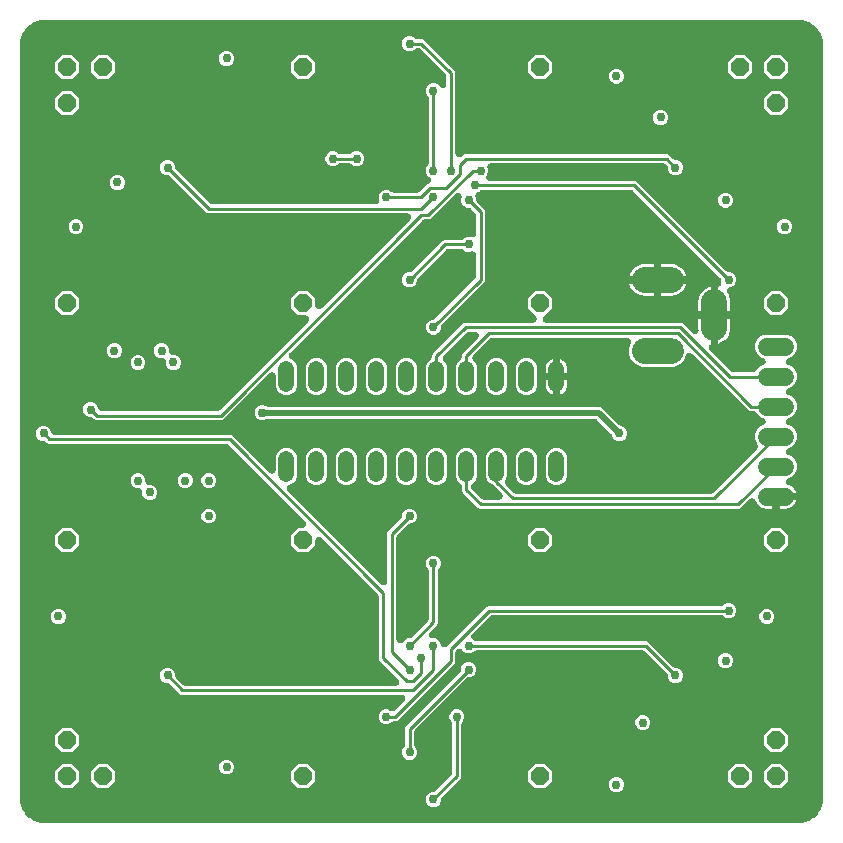
<source format=gbr>
G04 EAGLE Gerber RS-274X export*
G75*
%MOMM*%
%FSLAX34Y34*%
%LPD*%
%INTop Copper*%
%IPPOS*%
%AMOC8*
5,1,8,0,0,1.08239X$1,22.5*%
G01*
%ADD10C,2.184400*%
%ADD11P,1.649562X8X202.500000*%
%ADD12C,1.524000*%
%ADD13C,1.320800*%
%ADD14C,0.756400*%
%ADD15C,0.508000*%
%ADD16C,0.254000*%

G36*
X670080Y10167D02*
X670080Y10167D01*
X670208Y10168D01*
X672383Y10310D01*
X672496Y10327D01*
X672610Y10333D01*
X672787Y10369D01*
X672881Y10383D01*
X672929Y10398D01*
X672997Y10411D01*
X677199Y11537D01*
X677404Y11610D01*
X677611Y11679D01*
X677646Y11696D01*
X677673Y11706D01*
X677753Y11750D01*
X677965Y11855D01*
X681732Y14030D01*
X681911Y14153D01*
X682094Y14273D01*
X682123Y14299D01*
X682147Y14315D01*
X682213Y14378D01*
X682390Y14534D01*
X685466Y17610D01*
X685607Y17776D01*
X685752Y17939D01*
X685773Y17971D01*
X685792Y17994D01*
X685840Y18071D01*
X685970Y18268D01*
X688145Y22035D01*
X688239Y22232D01*
X688337Y22427D01*
X688349Y22464D01*
X688362Y22490D01*
X688387Y22577D01*
X688463Y22801D01*
X689589Y27003D01*
X689609Y27115D01*
X689640Y27226D01*
X689663Y27405D01*
X689680Y27498D01*
X689681Y27548D01*
X689690Y27617D01*
X689832Y29792D01*
X689831Y29873D01*
X689839Y30000D01*
X689839Y670000D01*
X689833Y670080D01*
X689832Y670208D01*
X689690Y672383D01*
X689673Y672496D01*
X689667Y672610D01*
X689631Y672787D01*
X689617Y672881D01*
X689602Y672929D01*
X689589Y672997D01*
X688463Y677199D01*
X688390Y677404D01*
X688321Y677611D01*
X688304Y677646D01*
X688294Y677673D01*
X688250Y677753D01*
X688145Y677965D01*
X685970Y681732D01*
X685847Y681911D01*
X685727Y682094D01*
X685701Y682123D01*
X685685Y682147D01*
X685622Y682213D01*
X685466Y682390D01*
X682390Y685466D01*
X682224Y685607D01*
X682061Y685752D01*
X682029Y685773D01*
X682006Y685792D01*
X681929Y685840D01*
X681732Y685970D01*
X677965Y688145D01*
X677768Y688239D01*
X677573Y688337D01*
X677536Y688349D01*
X677510Y688362D01*
X677423Y688387D01*
X677199Y688463D01*
X672997Y689589D01*
X672885Y689609D01*
X672774Y689640D01*
X672595Y689663D01*
X672502Y689680D01*
X672452Y689681D01*
X672383Y689690D01*
X670208Y689832D01*
X670127Y689831D01*
X670000Y689839D01*
X30000Y689839D01*
X29920Y689833D01*
X29792Y689832D01*
X27617Y689690D01*
X27504Y689673D01*
X27390Y689667D01*
X27213Y689631D01*
X27119Y689617D01*
X27071Y689602D01*
X27003Y689589D01*
X22801Y688463D01*
X22596Y688390D01*
X22389Y688321D01*
X22354Y688304D01*
X22327Y688294D01*
X22247Y688250D01*
X22035Y688145D01*
X18268Y685970D01*
X18089Y685847D01*
X17906Y685727D01*
X17877Y685701D01*
X17853Y685685D01*
X17787Y685622D01*
X17610Y685466D01*
X14534Y682390D01*
X14393Y682224D01*
X14248Y682061D01*
X14227Y682029D01*
X14208Y682006D01*
X14160Y681929D01*
X14030Y681732D01*
X11855Y677965D01*
X11761Y677768D01*
X11663Y677573D01*
X11651Y677536D01*
X11638Y677510D01*
X11613Y677423D01*
X11537Y677199D01*
X10411Y672997D01*
X10391Y672885D01*
X10360Y672774D01*
X10337Y672595D01*
X10320Y672502D01*
X10319Y672452D01*
X10310Y672383D01*
X10168Y670208D01*
X10169Y670127D01*
X10161Y670000D01*
X10161Y30000D01*
X10167Y29920D01*
X10168Y29792D01*
X10310Y27617D01*
X10327Y27504D01*
X10333Y27390D01*
X10369Y27213D01*
X10383Y27119D01*
X10398Y27071D01*
X10411Y27003D01*
X11537Y22801D01*
X11610Y22596D01*
X11679Y22389D01*
X11696Y22354D01*
X11706Y22327D01*
X11750Y22247D01*
X11855Y22035D01*
X14030Y18268D01*
X14153Y18089D01*
X14273Y17906D01*
X14299Y17877D01*
X14315Y17853D01*
X14378Y17787D01*
X14534Y17610D01*
X17610Y14534D01*
X17776Y14393D01*
X17939Y14248D01*
X17971Y14227D01*
X17994Y14208D01*
X18071Y14160D01*
X18268Y14030D01*
X22035Y11855D01*
X22128Y11811D01*
X22216Y11758D01*
X22323Y11715D01*
X22427Y11663D01*
X22464Y11651D01*
X22490Y11638D01*
X22577Y11613D01*
X22596Y11606D01*
X22683Y11571D01*
X22733Y11560D01*
X22801Y11537D01*
X27003Y10411D01*
X27115Y10391D01*
X27226Y10360D01*
X27405Y10337D01*
X27498Y10320D01*
X27548Y10319D01*
X27617Y10310D01*
X29792Y10168D01*
X29873Y10169D01*
X30000Y10161D01*
X670000Y10161D01*
X670080Y10167D01*
G37*
%LPC*%
G36*
X399242Y276189D02*
X399242Y276189D01*
X397841Y276769D01*
X386388Y288223D01*
X384869Y289741D01*
X384289Y291142D01*
X384289Y294859D01*
X384286Y294900D01*
X384288Y294941D01*
X384266Y295150D01*
X384249Y295361D01*
X384240Y295401D01*
X384235Y295442D01*
X384180Y295645D01*
X384131Y295851D01*
X384115Y295888D01*
X384104Y295928D01*
X384017Y296121D01*
X383936Y296315D01*
X383914Y296350D01*
X383897Y296387D01*
X383781Y296564D01*
X383670Y296743D01*
X383643Y296774D01*
X383621Y296808D01*
X383360Y297104D01*
X380347Y300116D01*
X378955Y303477D01*
X378955Y320323D01*
X380347Y323684D01*
X382920Y326257D01*
X386281Y327649D01*
X389919Y327649D01*
X393280Y326257D01*
X395853Y323684D01*
X397245Y320323D01*
X397245Y303477D01*
X395853Y300116D01*
X392840Y297104D01*
X392814Y297073D01*
X392783Y297045D01*
X392650Y296881D01*
X392514Y296721D01*
X392492Y296686D01*
X392467Y296654D01*
X392362Y296471D01*
X392252Y296291D01*
X392236Y296253D01*
X392216Y296217D01*
X392141Y296021D01*
X392061Y295825D01*
X392052Y295785D01*
X392037Y295746D01*
X391995Y295540D01*
X391946Y295334D01*
X391944Y295293D01*
X391935Y295253D01*
X391911Y294859D01*
X391911Y294793D01*
X391914Y294752D01*
X391912Y294712D01*
X391934Y294502D01*
X391951Y294291D01*
X391960Y294251D01*
X391965Y294211D01*
X392020Y294007D01*
X392069Y293802D01*
X392085Y293764D01*
X392096Y293725D01*
X392183Y293532D01*
X392264Y293338D01*
X392286Y293303D01*
X392303Y293266D01*
X392419Y293089D01*
X392530Y292910D01*
X392557Y292879D01*
X392579Y292845D01*
X392840Y292549D01*
X400649Y284740D01*
X400680Y284714D01*
X400707Y284683D01*
X400871Y284551D01*
X401032Y284414D01*
X401067Y284392D01*
X401099Y284367D01*
X401281Y284262D01*
X401462Y284152D01*
X401500Y284136D01*
X401535Y284116D01*
X401732Y284041D01*
X401928Y283961D01*
X401968Y283952D01*
X402006Y283937D01*
X402213Y283895D01*
X402418Y283846D01*
X402459Y283844D01*
X402499Y283835D01*
X402893Y283811D01*
X415637Y283811D01*
X415650Y283812D01*
X415664Y283811D01*
X415902Y283832D01*
X416139Y283851D01*
X416152Y283854D01*
X416166Y283855D01*
X416399Y283914D01*
X416628Y283969D01*
X416640Y283975D01*
X416654Y283978D01*
X416874Y284073D01*
X417092Y284164D01*
X417104Y284171D01*
X417117Y284177D01*
X417318Y284304D01*
X417520Y284430D01*
X417531Y284439D01*
X417542Y284446D01*
X417720Y284603D01*
X417901Y284760D01*
X417909Y284770D01*
X417920Y284779D01*
X418070Y284963D01*
X418224Y285146D01*
X418231Y285158D01*
X418240Y285168D01*
X418360Y285373D01*
X418482Y285578D01*
X418487Y285591D01*
X418494Y285602D01*
X418581Y285825D01*
X418669Y286046D01*
X418672Y286059D01*
X418677Y286072D01*
X418727Y286305D01*
X418779Y286537D01*
X418780Y286551D01*
X418783Y286564D01*
X418796Y286801D01*
X418811Y287039D01*
X418809Y287053D01*
X418810Y287067D01*
X418785Y287301D01*
X418762Y287541D01*
X418759Y287554D01*
X418757Y287567D01*
X418696Y287795D01*
X418635Y288028D01*
X418629Y288040D01*
X418626Y288054D01*
X418528Y288271D01*
X418432Y288489D01*
X418425Y288500D01*
X418419Y288513D01*
X418288Y288712D01*
X418159Y288912D01*
X418150Y288922D01*
X418143Y288933D01*
X417881Y289230D01*
X410896Y296215D01*
X410764Y296328D01*
X410637Y296447D01*
X410572Y296491D01*
X410513Y296542D01*
X410364Y296632D01*
X410221Y296730D01*
X410137Y296770D01*
X410083Y296804D01*
X410001Y296837D01*
X409866Y296903D01*
X408320Y297543D01*
X405747Y300116D01*
X404355Y303477D01*
X404355Y320323D01*
X405747Y323684D01*
X408320Y326257D01*
X411681Y327649D01*
X415319Y327649D01*
X418680Y326257D01*
X421253Y323684D01*
X422645Y320323D01*
X422645Y303477D01*
X421045Y299615D01*
X420996Y299463D01*
X420938Y299314D01*
X420918Y299224D01*
X420890Y299136D01*
X420865Y298978D01*
X420832Y298822D01*
X420827Y298730D01*
X420812Y298639D01*
X420813Y298478D01*
X420805Y298319D01*
X420814Y298227D01*
X420815Y298135D01*
X420841Y297977D01*
X420857Y297818D01*
X420881Y297729D01*
X420896Y297638D01*
X420947Y297487D01*
X420989Y297332D01*
X421027Y297248D01*
X421056Y297161D01*
X421130Y297019D01*
X421195Y296873D01*
X421246Y296796D01*
X421288Y296714D01*
X421384Y296586D01*
X421472Y296452D01*
X421545Y296369D01*
X421589Y296310D01*
X421647Y296253D01*
X421733Y296156D01*
X428069Y289820D01*
X428100Y289794D01*
X428127Y289763D01*
X428291Y289631D01*
X428452Y289494D01*
X428487Y289472D01*
X428519Y289447D01*
X428701Y289342D01*
X428882Y289232D01*
X428920Y289216D01*
X428955Y289196D01*
X429152Y289121D01*
X429348Y289041D01*
X429388Y289032D01*
X429426Y289017D01*
X429633Y288975D01*
X429838Y288926D01*
X429879Y288924D01*
X429919Y288915D01*
X430313Y288891D01*
X594887Y288891D01*
X594928Y288894D01*
X594968Y288892D01*
X595178Y288914D01*
X595389Y288931D01*
X595429Y288940D01*
X595469Y288945D01*
X595673Y289000D01*
X595878Y289049D01*
X595916Y289065D01*
X595955Y289076D01*
X596148Y289163D01*
X596342Y289244D01*
X596377Y289266D01*
X596414Y289283D01*
X596591Y289399D01*
X596770Y289510D01*
X596801Y289537D01*
X596835Y289559D01*
X597131Y289820D01*
X634066Y326755D01*
X634084Y326776D01*
X634104Y326794D01*
X634247Y326967D01*
X634393Y327138D01*
X634407Y327162D01*
X634424Y327183D01*
X634537Y327376D01*
X634655Y327568D01*
X634665Y327594D01*
X634679Y327617D01*
X634760Y327826D01*
X634846Y328035D01*
X634852Y328061D01*
X634862Y328087D01*
X634909Y328305D01*
X634960Y328525D01*
X634962Y328552D01*
X634968Y328579D01*
X634980Y328803D01*
X634996Y329027D01*
X634993Y329054D01*
X634995Y329082D01*
X634971Y329304D01*
X634952Y329529D01*
X634945Y329555D01*
X634942Y329582D01*
X634884Y329798D01*
X634829Y330017D01*
X634818Y330042D01*
X634811Y330068D01*
X634719Y330273D01*
X634630Y330480D01*
X634615Y330503D01*
X634604Y330528D01*
X634481Y330715D01*
X634361Y330905D01*
X634342Y330926D01*
X634327Y330948D01*
X634066Y331244D01*
X633766Y331544D01*
X632219Y335279D01*
X632219Y339321D01*
X633766Y343056D01*
X636624Y345914D01*
X639409Y347067D01*
X639421Y347074D01*
X639434Y347078D01*
X639646Y347188D01*
X639858Y347296D01*
X639869Y347304D01*
X639881Y347311D01*
X640072Y347453D01*
X640264Y347593D01*
X640274Y347603D01*
X640285Y347611D01*
X640450Y347781D01*
X640619Y347951D01*
X640627Y347962D01*
X640636Y347972D01*
X640773Y348165D01*
X640912Y348360D01*
X640919Y348372D01*
X640926Y348383D01*
X641030Y348595D01*
X641137Y348810D01*
X641142Y348824D01*
X641148Y348836D01*
X641217Y349062D01*
X641289Y349291D01*
X641291Y349304D01*
X641295Y349317D01*
X641327Y349553D01*
X641362Y349789D01*
X641362Y349802D01*
X641363Y349816D01*
X641358Y350053D01*
X641355Y350292D01*
X641353Y350306D01*
X641353Y350320D01*
X641310Y350553D01*
X641269Y350789D01*
X641265Y350802D01*
X641262Y350815D01*
X641184Y351037D01*
X641106Y351265D01*
X641099Y351277D01*
X641095Y351290D01*
X640982Y351498D01*
X640869Y351709D01*
X640861Y351720D01*
X640854Y351732D01*
X640709Y351921D01*
X640565Y352111D01*
X640555Y352120D01*
X640547Y352131D01*
X640374Y352294D01*
X640202Y352459D01*
X640190Y352467D01*
X640181Y352476D01*
X639983Y352610D01*
X639788Y352746D01*
X639775Y352751D01*
X639764Y352759D01*
X639409Y352933D01*
X636624Y354086D01*
X633763Y356947D01*
X633699Y357072D01*
X633635Y357219D01*
X633585Y357296D01*
X633543Y357378D01*
X633449Y357507D01*
X633362Y357642D01*
X633301Y357710D01*
X633246Y357785D01*
X633133Y357897D01*
X633026Y358017D01*
X632954Y358074D01*
X632889Y358139D01*
X632759Y358233D01*
X632634Y358333D01*
X632554Y358379D01*
X632480Y358433D01*
X632336Y358504D01*
X632198Y358584D01*
X632112Y358617D01*
X632029Y358658D01*
X631876Y358706D01*
X631727Y358763D01*
X631637Y358781D01*
X631549Y358809D01*
X631391Y358832D01*
X631234Y358865D01*
X631123Y358872D01*
X631051Y358882D01*
X630969Y358881D01*
X630840Y358889D01*
X628298Y358889D01*
X626898Y359469D01*
X579109Y407258D01*
X578997Y407353D01*
X578892Y407455D01*
X578806Y407516D01*
X578726Y407585D01*
X578600Y407661D01*
X578481Y407745D01*
X578386Y407792D01*
X578296Y407847D01*
X578160Y407902D01*
X578029Y407967D01*
X577928Y407998D01*
X577830Y408038D01*
X577687Y408071D01*
X577547Y408114D01*
X577442Y408128D01*
X577339Y408152D01*
X577194Y408163D01*
X577048Y408183D01*
X576942Y408180D01*
X576837Y408188D01*
X576691Y408175D01*
X576545Y408172D01*
X576441Y408153D01*
X576336Y408144D01*
X576193Y408108D01*
X576049Y408082D01*
X575950Y408046D01*
X575847Y408021D01*
X575712Y407963D01*
X575575Y407914D01*
X575482Y407864D01*
X575385Y407822D01*
X575261Y407743D01*
X575132Y407674D01*
X575048Y407609D01*
X574959Y407553D01*
X574849Y407456D01*
X574733Y407366D01*
X574661Y407289D01*
X574582Y407219D01*
X574489Y407106D01*
X574388Y407000D01*
X574329Y406912D01*
X574262Y406831D01*
X574187Y406704D01*
X574105Y406583D01*
X574048Y406467D01*
X574007Y406396D01*
X573980Y406328D01*
X573932Y406228D01*
X572335Y402374D01*
X568548Y398587D01*
X563600Y396537D01*
X536400Y396537D01*
X531452Y398587D01*
X527665Y402374D01*
X525615Y407322D01*
X525615Y412678D01*
X527212Y416532D01*
X527257Y416672D01*
X527311Y416808D01*
X527334Y416911D01*
X527367Y417011D01*
X527390Y417156D01*
X527422Y417299D01*
X527428Y417404D01*
X527444Y417509D01*
X527444Y417655D01*
X527453Y417801D01*
X527443Y417907D01*
X527442Y418012D01*
X527419Y418157D01*
X527404Y418303D01*
X527378Y418405D01*
X527361Y418509D01*
X527314Y418648D01*
X527277Y418790D01*
X527235Y418887D01*
X527201Y418987D01*
X527134Y419117D01*
X527075Y419251D01*
X527017Y419340D01*
X526968Y419433D01*
X526881Y419551D01*
X526802Y419674D01*
X526731Y419753D01*
X526668Y419837D01*
X526563Y419939D01*
X526465Y420049D01*
X526383Y420115D01*
X526307Y420189D01*
X526188Y420273D01*
X526074Y420365D01*
X525982Y420418D01*
X525896Y420479D01*
X525764Y420543D01*
X525637Y420616D01*
X525538Y420654D01*
X525443Y420700D01*
X525303Y420743D01*
X525166Y420795D01*
X525063Y420816D01*
X524962Y420847D01*
X524817Y420867D01*
X524673Y420897D01*
X524544Y420905D01*
X524463Y420916D01*
X524390Y420914D01*
X524279Y420921D01*
X410125Y420921D01*
X410084Y420918D01*
X410044Y420920D01*
X409834Y420898D01*
X409623Y420881D01*
X409583Y420872D01*
X409543Y420867D01*
X409339Y420812D01*
X409134Y420763D01*
X409096Y420747D01*
X409057Y420736D01*
X408864Y420649D01*
X408670Y420568D01*
X408635Y420546D01*
X408598Y420529D01*
X408421Y420414D01*
X408242Y420302D01*
X408211Y420275D01*
X408177Y420253D01*
X407881Y419992D01*
X394057Y406168D01*
X394040Y406148D01*
X394019Y406129D01*
X393877Y405956D01*
X393731Y405785D01*
X393717Y405762D01*
X393699Y405741D01*
X393586Y405548D01*
X393469Y405355D01*
X393458Y405330D01*
X393445Y405306D01*
X393363Y405098D01*
X393278Y404889D01*
X393272Y404863D01*
X393262Y404837D01*
X393215Y404617D01*
X393163Y404399D01*
X393162Y404372D01*
X393156Y404345D01*
X393144Y404121D01*
X393128Y403897D01*
X393130Y403869D01*
X393129Y403842D01*
X393152Y403620D01*
X393172Y403395D01*
X393179Y403368D01*
X393182Y403341D01*
X393240Y403126D01*
X393295Y402907D01*
X393306Y402881D01*
X393313Y402855D01*
X393405Y402650D01*
X393494Y402444D01*
X393508Y402421D01*
X393520Y402396D01*
X393643Y402207D01*
X393763Y402019D01*
X393781Y401998D01*
X393796Y401975D01*
X394057Y401679D01*
X395853Y399884D01*
X397245Y396523D01*
X397245Y379677D01*
X395853Y376316D01*
X393280Y373743D01*
X389919Y372351D01*
X386281Y372351D01*
X382920Y373743D01*
X380347Y376316D01*
X378955Y379677D01*
X378955Y396523D01*
X380347Y399884D01*
X383360Y402896D01*
X383386Y402927D01*
X383417Y402955D01*
X383549Y403119D01*
X383686Y403279D01*
X383708Y403314D01*
X383733Y403346D01*
X383838Y403529D01*
X383948Y403709D01*
X383964Y403747D01*
X383984Y403783D01*
X384059Y403979D01*
X384139Y404175D01*
X384148Y404215D01*
X384163Y404254D01*
X384205Y404460D01*
X384254Y404666D01*
X384256Y404706D01*
X384265Y404747D01*
X384289Y405141D01*
X384289Y406358D01*
X384869Y407759D01*
X397693Y420582D01*
X397696Y420586D01*
X397699Y420588D01*
X397704Y420595D01*
X397713Y420602D01*
X397866Y420785D01*
X398020Y420966D01*
X398027Y420977D01*
X398036Y420988D01*
X398157Y421191D01*
X398282Y421396D01*
X398287Y421408D01*
X398294Y421420D01*
X398382Y421639D01*
X398473Y421862D01*
X398476Y421875D01*
X398481Y421888D01*
X398533Y422120D01*
X398587Y422352D01*
X398588Y422366D01*
X398591Y422379D01*
X398606Y422618D01*
X398623Y422854D01*
X398622Y422868D01*
X398623Y422881D01*
X398600Y423118D01*
X398579Y423356D01*
X398575Y423369D01*
X398574Y423383D01*
X398514Y423613D01*
X398456Y423844D01*
X398450Y423857D01*
X398447Y423870D01*
X398351Y424089D01*
X398257Y424307D01*
X398250Y424318D01*
X398244Y424331D01*
X398114Y424533D01*
X397988Y424732D01*
X397979Y424742D01*
X397971Y424754D01*
X397812Y424932D01*
X397654Y425110D01*
X397644Y425118D01*
X397635Y425129D01*
X397449Y425279D01*
X397266Y425430D01*
X397254Y425437D01*
X397243Y425445D01*
X397037Y425564D01*
X396831Y425684D01*
X396819Y425689D01*
X396807Y425696D01*
X396585Y425780D01*
X396362Y425867D01*
X396349Y425870D01*
X396336Y425875D01*
X396103Y425923D01*
X395870Y425973D01*
X395856Y425974D01*
X395843Y425977D01*
X395449Y426001D01*
X390205Y426001D01*
X390164Y425998D01*
X390124Y426000D01*
X389914Y425978D01*
X389703Y425961D01*
X389663Y425952D01*
X389623Y425947D01*
X389419Y425892D01*
X389214Y425843D01*
X389176Y425827D01*
X389137Y425816D01*
X388944Y425729D01*
X388750Y425648D01*
X388715Y425626D01*
X388678Y425609D01*
X388501Y425493D01*
X388322Y425382D01*
X388291Y425355D01*
X388257Y425333D01*
X387961Y425072D01*
X368857Y405968D01*
X368840Y405948D01*
X368819Y405929D01*
X368677Y405756D01*
X368531Y405585D01*
X368517Y405562D01*
X368499Y405541D01*
X368386Y405348D01*
X368269Y405155D01*
X368258Y405130D01*
X368245Y405106D01*
X368163Y404898D01*
X368078Y404689D01*
X368072Y404663D01*
X368062Y404637D01*
X368015Y404417D01*
X367963Y404199D01*
X367962Y404172D01*
X367956Y404145D01*
X367944Y403921D01*
X367928Y403697D01*
X367930Y403669D01*
X367929Y403642D01*
X367952Y403420D01*
X367972Y403195D01*
X367979Y403168D01*
X367982Y403141D01*
X368040Y402926D01*
X368095Y402707D01*
X368106Y402681D01*
X368113Y402655D01*
X368205Y402450D01*
X368294Y402244D01*
X368308Y402221D01*
X368320Y402196D01*
X368443Y402008D01*
X368563Y401819D01*
X368581Y401798D01*
X368596Y401775D01*
X368857Y401479D01*
X370453Y399884D01*
X371845Y396523D01*
X371845Y379677D01*
X370453Y376316D01*
X367880Y373743D01*
X364519Y372351D01*
X360881Y372351D01*
X357520Y373743D01*
X354947Y376316D01*
X353555Y379677D01*
X353555Y396523D01*
X354947Y399884D01*
X357960Y402896D01*
X357986Y402927D01*
X358017Y402955D01*
X358149Y403119D01*
X358286Y403279D01*
X358308Y403314D01*
X358333Y403346D01*
X358438Y403529D01*
X358548Y403709D01*
X358564Y403747D01*
X358584Y403783D01*
X358659Y403979D01*
X358739Y404175D01*
X358748Y404215D01*
X358763Y404254D01*
X358805Y404460D01*
X358854Y404666D01*
X358856Y404706D01*
X358865Y404747D01*
X358889Y405141D01*
X358889Y405958D01*
X359469Y407359D01*
X385153Y433043D01*
X386554Y433623D01*
X444345Y433623D01*
X444358Y433624D01*
X444372Y433623D01*
X444608Y433644D01*
X444846Y433663D01*
X444860Y433666D01*
X444873Y433667D01*
X445103Y433725D01*
X445336Y433781D01*
X445348Y433787D01*
X445362Y433790D01*
X445580Y433884D01*
X445800Y433976D01*
X445812Y433983D01*
X445824Y433989D01*
X446026Y434116D01*
X446228Y434242D01*
X446238Y434251D01*
X446250Y434258D01*
X446428Y434415D01*
X446608Y434572D01*
X446617Y434582D01*
X446627Y434591D01*
X446778Y434775D01*
X446932Y434958D01*
X446939Y434970D01*
X446947Y434980D01*
X447068Y435185D01*
X447190Y435390D01*
X447195Y435403D01*
X447202Y435414D01*
X447288Y435637D01*
X447377Y435858D01*
X447380Y435871D01*
X447385Y435884D01*
X447435Y436117D01*
X447487Y436349D01*
X447488Y436363D01*
X447491Y436376D01*
X447503Y436611D01*
X447518Y436851D01*
X447517Y436865D01*
X447518Y436879D01*
X447493Y437113D01*
X447470Y437353D01*
X447466Y437366D01*
X447465Y437379D01*
X447403Y437608D01*
X447343Y437840D01*
X447337Y437852D01*
X447334Y437866D01*
X447236Y438082D01*
X447140Y438301D01*
X447133Y438312D01*
X447127Y438325D01*
X446997Y438523D01*
X446867Y438724D01*
X446858Y438734D01*
X446850Y438745D01*
X446589Y439042D01*
X439839Y445791D01*
X439839Y454209D01*
X445791Y460161D01*
X454209Y460161D01*
X460161Y454209D01*
X460161Y445791D01*
X453411Y439042D01*
X453402Y439031D01*
X453392Y439022D01*
X453238Y438839D01*
X453084Y438658D01*
X453077Y438647D01*
X453068Y438636D01*
X452947Y438433D01*
X452822Y438228D01*
X452817Y438216D01*
X452810Y438204D01*
X452722Y437985D01*
X452632Y437762D01*
X452628Y437749D01*
X452623Y437736D01*
X452571Y437504D01*
X452517Y437272D01*
X452516Y437258D01*
X452513Y437245D01*
X452498Y437006D01*
X452481Y436770D01*
X452483Y436756D01*
X452482Y436743D01*
X452505Y436505D01*
X452526Y436268D01*
X452529Y436255D01*
X452530Y436241D01*
X452590Y436011D01*
X452649Y435780D01*
X452654Y435767D01*
X452657Y435754D01*
X452754Y435535D01*
X452847Y435317D01*
X452854Y435306D01*
X452860Y435293D01*
X452990Y435091D01*
X453117Y434892D01*
X453126Y434882D01*
X453133Y434870D01*
X453293Y434692D01*
X453450Y434514D01*
X453460Y434506D01*
X453469Y434495D01*
X453655Y434345D01*
X453838Y434194D01*
X453850Y434187D01*
X453861Y434179D01*
X454067Y434060D01*
X454273Y433940D01*
X454286Y433935D01*
X454297Y433928D01*
X454519Y433844D01*
X454742Y433757D01*
X454756Y433754D01*
X454768Y433749D01*
X455001Y433701D01*
X455234Y433651D01*
X455248Y433650D01*
X455261Y433647D01*
X455655Y433623D01*
X569886Y433623D01*
X571287Y433043D01*
X572806Y431524D01*
X579199Y425131D01*
X579367Y424987D01*
X579533Y424840D01*
X579559Y424824D01*
X579582Y424804D01*
X579772Y424688D01*
X579958Y424570D01*
X579986Y424558D01*
X580012Y424542D01*
X580217Y424458D01*
X580420Y424370D01*
X580450Y424363D01*
X580478Y424351D01*
X580694Y424301D01*
X580908Y424246D01*
X580939Y424244D01*
X580969Y424237D01*
X581189Y424221D01*
X581410Y424201D01*
X581440Y424203D01*
X581471Y424201D01*
X581692Y424220D01*
X581912Y424236D01*
X581942Y424242D01*
X581972Y424245D01*
X582188Y424300D01*
X582403Y424349D01*
X582431Y424361D01*
X582461Y424368D01*
X582664Y424455D01*
X582869Y424539D01*
X582895Y424555D01*
X582923Y424567D01*
X583110Y424685D01*
X583300Y424800D01*
X583323Y424820D01*
X583349Y424836D01*
X583515Y424983D01*
X583683Y425126D01*
X583703Y425149D01*
X583726Y425169D01*
X583867Y425340D01*
X584011Y425508D01*
X584027Y425534D01*
X584046Y425558D01*
X584158Y425749D01*
X584274Y425938D01*
X584286Y425966D01*
X584301Y425993D01*
X584381Y426199D01*
X584466Y426403D01*
X584473Y426433D01*
X584484Y426462D01*
X584530Y426678D01*
X584581Y426893D01*
X584583Y426924D01*
X584590Y426954D01*
X584602Y427174D01*
X584618Y427396D01*
X584615Y427431D01*
X584617Y427457D01*
X584608Y427544D01*
X584591Y427789D01*
X584537Y428196D01*
X584537Y436826D01*
X594826Y436826D01*
X594826Y415333D01*
X594817Y415330D01*
X594791Y415313D01*
X594763Y415301D01*
X594579Y415179D01*
X594392Y415061D01*
X594369Y415040D01*
X594343Y415023D01*
X594181Y414874D01*
X594014Y414727D01*
X593995Y414704D01*
X593972Y414683D01*
X593835Y414510D01*
X593694Y414339D01*
X593679Y414312D01*
X593660Y414288D01*
X593551Y414095D01*
X593440Y413904D01*
X593429Y413876D01*
X593414Y413849D01*
X593337Y413641D01*
X593257Y413435D01*
X593251Y413405D01*
X593240Y413376D01*
X593198Y413159D01*
X593151Y412943D01*
X593149Y412912D01*
X593143Y412882D01*
X593136Y412661D01*
X593124Y412440D01*
X593127Y412410D01*
X593126Y412379D01*
X593154Y412159D01*
X593177Y411939D01*
X593185Y411910D01*
X593189Y411879D01*
X593250Y411667D01*
X593308Y411453D01*
X593321Y411425D01*
X593329Y411396D01*
X593424Y411196D01*
X593515Y410994D01*
X593532Y410968D01*
X593545Y410941D01*
X593669Y410759D01*
X593791Y410573D01*
X593814Y410547D01*
X593829Y410525D01*
X593890Y410461D01*
X594053Y410277D01*
X611489Y392840D01*
X611520Y392814D01*
X611548Y392783D01*
X611712Y392651D01*
X611872Y392514D01*
X611907Y392492D01*
X611939Y392467D01*
X612122Y392362D01*
X612302Y392252D01*
X612340Y392236D01*
X612376Y392216D01*
X612573Y392141D01*
X612768Y392061D01*
X612808Y392052D01*
X612847Y392037D01*
X613053Y391995D01*
X613259Y391946D01*
X613300Y391944D01*
X613340Y391935D01*
X613734Y391911D01*
X630840Y391911D01*
X630999Y391923D01*
X631159Y391927D01*
X631250Y391943D01*
X631342Y391951D01*
X631497Y391988D01*
X631655Y392017D01*
X631741Y392048D01*
X631831Y392069D01*
X631978Y392131D01*
X632130Y392185D01*
X632211Y392229D01*
X632295Y392264D01*
X632431Y392349D01*
X632572Y392425D01*
X632645Y392481D01*
X632723Y392530D01*
X632844Y392635D01*
X632971Y392733D01*
X633034Y392799D01*
X633103Y392860D01*
X633206Y392983D01*
X633316Y393099D01*
X633368Y393175D01*
X633427Y393246D01*
X633509Y393383D01*
X633599Y393516D01*
X633648Y393615D01*
X633685Y393678D01*
X633715Y393753D01*
X633764Y393854D01*
X636624Y396714D01*
X639409Y397867D01*
X639421Y397874D01*
X639434Y397878D01*
X639646Y397988D01*
X639858Y398096D01*
X639869Y398104D01*
X639881Y398111D01*
X640072Y398253D01*
X640264Y398393D01*
X640274Y398403D01*
X640285Y398411D01*
X640450Y398581D01*
X640619Y398751D01*
X640627Y398762D01*
X640636Y398772D01*
X640773Y398965D01*
X640912Y399160D01*
X640919Y399172D01*
X640926Y399183D01*
X641030Y399395D01*
X641137Y399610D01*
X641142Y399624D01*
X641148Y399636D01*
X641217Y399862D01*
X641289Y400091D01*
X641291Y400104D01*
X641295Y400117D01*
X641327Y400354D01*
X641362Y400589D01*
X641362Y400602D01*
X641363Y400616D01*
X641358Y400856D01*
X641355Y401092D01*
X641353Y401106D01*
X641353Y401120D01*
X641310Y401353D01*
X641269Y401589D01*
X641265Y401602D01*
X641262Y401615D01*
X641184Y401837D01*
X641106Y402065D01*
X641099Y402077D01*
X641095Y402090D01*
X640982Y402298D01*
X640869Y402509D01*
X640861Y402520D01*
X640854Y402532D01*
X640709Y402721D01*
X640565Y402911D01*
X640555Y402920D01*
X640547Y402931D01*
X640374Y403094D01*
X640202Y403259D01*
X640190Y403267D01*
X640181Y403276D01*
X639983Y403410D01*
X639788Y403546D01*
X639775Y403551D01*
X639764Y403559D01*
X639409Y403733D01*
X636624Y404886D01*
X633766Y407744D01*
X632219Y411479D01*
X632219Y415521D01*
X633766Y419256D01*
X636624Y422114D01*
X640359Y423661D01*
X659641Y423661D01*
X663376Y422114D01*
X666234Y419256D01*
X667781Y415521D01*
X667781Y411479D01*
X666234Y407744D01*
X663376Y404886D01*
X660591Y403733D01*
X660579Y403726D01*
X660566Y403722D01*
X660355Y403612D01*
X660142Y403504D01*
X660131Y403495D01*
X660119Y403489D01*
X659929Y403348D01*
X659736Y403207D01*
X659726Y403197D01*
X659715Y403189D01*
X659548Y403017D01*
X659381Y402849D01*
X659373Y402838D01*
X659364Y402828D01*
X659226Y402632D01*
X659088Y402440D01*
X659082Y402428D01*
X659074Y402417D01*
X658968Y402200D01*
X658863Y401990D01*
X658858Y401977D01*
X658852Y401964D01*
X658782Y401732D01*
X658711Y401509D01*
X658709Y401496D01*
X658705Y401483D01*
X658672Y401244D01*
X658638Y401011D01*
X658638Y400997D01*
X658637Y400984D01*
X658642Y400744D01*
X658645Y400508D01*
X658647Y400494D01*
X658647Y400480D01*
X658690Y400247D01*
X658731Y400011D01*
X658735Y399998D01*
X658738Y399985D01*
X658817Y399761D01*
X658894Y399535D01*
X658901Y399523D01*
X658905Y399510D01*
X659019Y399300D01*
X659131Y399091D01*
X659139Y399080D01*
X659146Y399068D01*
X659291Y398878D01*
X659435Y398689D01*
X659445Y398680D01*
X659453Y398669D01*
X659627Y398505D01*
X659798Y398341D01*
X659809Y398333D01*
X659819Y398324D01*
X660016Y398190D01*
X660212Y398054D01*
X660225Y398048D01*
X660236Y398041D01*
X660591Y397867D01*
X663376Y396714D01*
X666234Y393856D01*
X667781Y390121D01*
X667781Y386079D01*
X666234Y382344D01*
X663376Y379486D01*
X660591Y378333D01*
X660579Y378326D01*
X660566Y378322D01*
X660354Y378212D01*
X660142Y378104D01*
X660131Y378095D01*
X660119Y378089D01*
X659929Y377948D01*
X659736Y377807D01*
X659726Y377797D01*
X659715Y377789D01*
X659549Y377618D01*
X659381Y377449D01*
X659373Y377438D01*
X659364Y377428D01*
X659226Y377232D01*
X659088Y377040D01*
X659082Y377028D01*
X659074Y377017D01*
X658968Y376801D01*
X658863Y376590D01*
X658858Y376577D01*
X658852Y376564D01*
X658782Y376334D01*
X658711Y376109D01*
X658709Y376096D01*
X658705Y376083D01*
X658672Y375844D01*
X658638Y375611D01*
X658638Y375597D01*
X658637Y375584D01*
X658642Y375344D01*
X658645Y375108D01*
X658647Y375094D01*
X658647Y375080D01*
X658690Y374847D01*
X658731Y374611D01*
X658735Y374598D01*
X658738Y374585D01*
X658817Y374361D01*
X658894Y374135D01*
X658901Y374123D01*
X658905Y374110D01*
X659019Y373900D01*
X659131Y373691D01*
X659139Y373680D01*
X659146Y373668D01*
X659291Y373478D01*
X659435Y373289D01*
X659445Y373280D01*
X659453Y373269D01*
X659627Y373105D01*
X659798Y372941D01*
X659809Y372933D01*
X659819Y372924D01*
X660016Y372790D01*
X660212Y372654D01*
X660225Y372648D01*
X660236Y372641D01*
X660591Y372467D01*
X663376Y371314D01*
X666234Y368456D01*
X667781Y364721D01*
X667781Y360679D01*
X666234Y356944D01*
X663376Y354086D01*
X660591Y352933D01*
X660579Y352926D01*
X660566Y352922D01*
X660355Y352812D01*
X660142Y352704D01*
X660131Y352695D01*
X660119Y352689D01*
X659929Y352548D01*
X659736Y352407D01*
X659726Y352397D01*
X659715Y352389D01*
X659549Y352218D01*
X659381Y352049D01*
X659373Y352038D01*
X659364Y352028D01*
X659226Y351832D01*
X659088Y351640D01*
X659082Y351628D01*
X659074Y351617D01*
X658968Y351401D01*
X658863Y351190D01*
X658858Y351177D01*
X658852Y351164D01*
X658782Y350934D01*
X658711Y350709D01*
X658709Y350696D01*
X658705Y350683D01*
X658672Y350444D01*
X658638Y350211D01*
X658638Y350197D01*
X658637Y350184D01*
X658642Y349942D01*
X658645Y349708D01*
X658647Y349694D01*
X658647Y349680D01*
X658690Y349447D01*
X658731Y349211D01*
X658735Y349198D01*
X658738Y349185D01*
X658817Y348960D01*
X658894Y348735D01*
X658901Y348723D01*
X658905Y348710D01*
X659019Y348500D01*
X659131Y348291D01*
X659139Y348280D01*
X659146Y348268D01*
X659291Y348078D01*
X659435Y347889D01*
X659445Y347880D01*
X659453Y347869D01*
X659627Y347705D01*
X659798Y347541D01*
X659809Y347533D01*
X659819Y347524D01*
X660016Y347390D01*
X660212Y347254D01*
X660225Y347248D01*
X660236Y347241D01*
X660591Y347067D01*
X663376Y345914D01*
X666234Y343056D01*
X667781Y339321D01*
X667781Y335279D01*
X666234Y331544D01*
X663376Y328686D01*
X660591Y327533D01*
X660579Y327526D01*
X660566Y327522D01*
X660355Y327412D01*
X660142Y327304D01*
X660131Y327295D01*
X660119Y327289D01*
X659929Y327148D01*
X659736Y327007D01*
X659726Y326997D01*
X659715Y326989D01*
X659549Y326818D01*
X659381Y326649D01*
X659373Y326638D01*
X659364Y326628D01*
X659226Y326432D01*
X659088Y326240D01*
X659082Y326228D01*
X659074Y326217D01*
X658968Y326001D01*
X658863Y325790D01*
X658858Y325777D01*
X658852Y325764D01*
X658782Y325534D01*
X658711Y325309D01*
X658709Y325296D01*
X658705Y325283D01*
X658672Y325044D01*
X658638Y324811D01*
X658638Y324797D01*
X658637Y324784D01*
X658642Y324544D01*
X658645Y324308D01*
X658647Y324294D01*
X658647Y324280D01*
X658690Y324047D01*
X658731Y323811D01*
X658735Y323798D01*
X658738Y323785D01*
X658817Y323561D01*
X658894Y323335D01*
X658901Y323323D01*
X658905Y323310D01*
X659019Y323100D01*
X659131Y322891D01*
X659139Y322880D01*
X659146Y322868D01*
X659291Y322678D01*
X659435Y322489D01*
X659445Y322480D01*
X659453Y322469D01*
X659627Y322305D01*
X659798Y322141D01*
X659809Y322133D01*
X659819Y322124D01*
X660016Y321990D01*
X660212Y321854D01*
X660225Y321848D01*
X660236Y321841D01*
X660591Y321667D01*
X663376Y320514D01*
X666234Y317656D01*
X667781Y313921D01*
X667781Y309879D01*
X666234Y306144D01*
X663376Y303286D01*
X660538Y302111D01*
X660415Y302048D01*
X660288Y301994D01*
X660191Y301934D01*
X660090Y301882D01*
X659978Y301800D01*
X659861Y301727D01*
X659775Y301652D01*
X659683Y301585D01*
X659586Y301487D01*
X659482Y301396D01*
X659409Y301308D01*
X659329Y301227D01*
X659248Y301115D01*
X659160Y301009D01*
X659102Y300911D01*
X659035Y300818D01*
X658973Y300695D01*
X658903Y300575D01*
X658861Y300470D01*
X658810Y300368D01*
X658769Y300236D01*
X658718Y300107D01*
X658693Y299996D01*
X658659Y299888D01*
X658639Y299751D01*
X658609Y299616D01*
X658602Y299502D01*
X658586Y299389D01*
X658588Y299251D01*
X658580Y299113D01*
X658591Y299000D01*
X658592Y298886D01*
X658616Y298749D01*
X658630Y298612D01*
X658659Y298502D01*
X658678Y298390D01*
X658723Y298259D01*
X658759Y298125D01*
X658805Y298021D01*
X658842Y297913D01*
X658907Y297791D01*
X658963Y297665D01*
X659025Y297569D01*
X659078Y297469D01*
X659162Y297359D01*
X659237Y297243D01*
X659314Y297158D01*
X659382Y297068D01*
X659482Y296972D01*
X659575Y296869D01*
X659664Y296798D01*
X659746Y296719D01*
X659860Y296640D01*
X659968Y296554D01*
X660066Y296498D01*
X660160Y296433D01*
X660285Y296373D01*
X660405Y296305D01*
X660537Y296252D01*
X660614Y296215D01*
X660679Y296196D01*
X660772Y296159D01*
X661520Y295916D01*
X662945Y295190D01*
X664239Y294250D01*
X665370Y293119D01*
X666310Y291825D01*
X667036Y290400D01*
X667272Y289674D01*
X650000Y289674D01*
X649973Y289672D01*
X649946Y289674D01*
X649722Y289652D01*
X649498Y289634D01*
X649472Y289628D01*
X649445Y289625D01*
X649227Y289568D01*
X649009Y289516D01*
X648984Y289505D01*
X648957Y289498D01*
X648751Y289407D01*
X648545Y289321D01*
X648522Y289307D01*
X648497Y289296D01*
X648307Y289174D01*
X648117Y289055D01*
X648096Y289037D01*
X648073Y289023D01*
X647906Y288872D01*
X647737Y288725D01*
X647736Y288725D01*
X647719Y288704D01*
X647699Y288686D01*
X647698Y288686D01*
X647557Y288511D01*
X647413Y288339D01*
X647399Y288315D01*
X647382Y288294D01*
X647270Y288100D01*
X647154Y287907D01*
X647144Y287881D01*
X647131Y287858D01*
X647051Y287648D01*
X646968Y287439D01*
X646962Y287412D01*
X646952Y287387D01*
X646907Y287167D01*
X646857Y286948D01*
X646856Y286920D01*
X646850Y286894D01*
X646826Y286500D01*
X646826Y276339D01*
X641580Y276339D01*
X640001Y276589D01*
X638480Y277084D01*
X637055Y277810D01*
X635761Y278750D01*
X634630Y279881D01*
X633690Y281175D01*
X632964Y282599D01*
X632878Y282862D01*
X632871Y282880D01*
X632866Y282898D01*
X632776Y283109D01*
X632685Y283327D01*
X632675Y283344D01*
X632668Y283361D01*
X632543Y283558D01*
X632421Y283756D01*
X632409Y283770D01*
X632398Y283786D01*
X632244Y283961D01*
X632092Y284137D01*
X632078Y284150D01*
X632065Y284164D01*
X631885Y284312D01*
X631708Y284462D01*
X631691Y284472D01*
X631676Y284484D01*
X631476Y284602D01*
X631276Y284722D01*
X631259Y284729D01*
X631242Y284739D01*
X631026Y284823D01*
X630809Y284910D01*
X630791Y284914D01*
X630773Y284921D01*
X630546Y284970D01*
X630318Y285022D01*
X630299Y285023D01*
X630281Y285027D01*
X630048Y285040D01*
X629816Y285055D01*
X629797Y285053D01*
X629778Y285054D01*
X629547Y285030D01*
X629315Y285008D01*
X629296Y285004D01*
X629277Y285002D01*
X629053Y284941D01*
X628827Y284883D01*
X628809Y284875D01*
X628791Y284870D01*
X628579Y284775D01*
X628365Y284682D01*
X628349Y284672D01*
X628332Y284664D01*
X628137Y284536D01*
X627941Y284410D01*
X627927Y284398D01*
X627911Y284387D01*
X627615Y284126D01*
X620259Y276769D01*
X618858Y276189D01*
X399242Y276189D01*
G37*
%LPD*%
%LPC*%
G36*
X74242Y351189D02*
X74242Y351189D01*
X72841Y351769D01*
X71863Y352748D01*
X71832Y352774D01*
X71805Y352805D01*
X71641Y352937D01*
X71480Y353074D01*
X71445Y353096D01*
X71413Y353121D01*
X71231Y353226D01*
X71050Y353336D01*
X71012Y353352D01*
X70977Y353372D01*
X70780Y353447D01*
X70584Y353527D01*
X70544Y353536D01*
X70506Y353551D01*
X70299Y353593D01*
X70094Y353642D01*
X70053Y353644D01*
X70013Y353653D01*
X69619Y353677D01*
X68742Y353677D01*
X66418Y354640D01*
X64640Y356418D01*
X63677Y358742D01*
X63677Y361258D01*
X64640Y363582D01*
X66418Y365360D01*
X68742Y366323D01*
X71258Y366323D01*
X73582Y365360D01*
X75360Y363582D01*
X76525Y360770D01*
X76597Y360628D01*
X76662Y360481D01*
X76712Y360404D01*
X76754Y360322D01*
X76848Y360193D01*
X76935Y360058D01*
X76996Y359989D01*
X77051Y359915D01*
X77164Y359803D01*
X77271Y359683D01*
X77343Y359626D01*
X77408Y359561D01*
X77538Y359467D01*
X77663Y359367D01*
X77742Y359321D01*
X77817Y359267D01*
X77961Y359195D01*
X78099Y359116D01*
X78185Y359083D01*
X78268Y359042D01*
X78421Y358994D01*
X78570Y358937D01*
X78660Y358919D01*
X78748Y358891D01*
X78906Y358868D01*
X79063Y358835D01*
X79174Y358828D01*
X79246Y358818D01*
X79328Y358819D01*
X79457Y358811D01*
X177107Y358811D01*
X177148Y358814D01*
X177188Y358812D01*
X177398Y358834D01*
X177609Y358851D01*
X177649Y358860D01*
X177689Y358865D01*
X177893Y358920D01*
X178098Y358969D01*
X178136Y358985D01*
X178175Y358996D01*
X178368Y359083D01*
X178562Y359164D01*
X178597Y359186D01*
X178634Y359203D01*
X178811Y359319D01*
X178990Y359430D01*
X179021Y359457D01*
X179055Y359479D01*
X179351Y359740D01*
X254031Y434420D01*
X254040Y434431D01*
X254051Y434440D01*
X254204Y434623D01*
X254358Y434804D01*
X254365Y434815D01*
X254374Y434826D01*
X254495Y435029D01*
X254620Y435234D01*
X254625Y435246D01*
X254632Y435258D01*
X254720Y435477D01*
X254811Y435700D01*
X254814Y435713D01*
X254819Y435726D01*
X254871Y435958D01*
X254925Y436190D01*
X254926Y436204D01*
X254929Y436217D01*
X254944Y436456D01*
X254961Y436692D01*
X254960Y436706D01*
X254961Y436719D01*
X254938Y436957D01*
X254917Y437194D01*
X254913Y437207D01*
X254912Y437221D01*
X254852Y437451D01*
X254794Y437682D01*
X254788Y437695D01*
X254785Y437708D01*
X254689Y437926D01*
X254595Y438145D01*
X254588Y438156D01*
X254582Y438169D01*
X254453Y438370D01*
X254326Y438570D01*
X254317Y438580D01*
X254309Y438592D01*
X254150Y438770D01*
X253992Y438948D01*
X253982Y438956D01*
X253973Y438967D01*
X253787Y439117D01*
X253604Y439268D01*
X253592Y439275D01*
X253581Y439283D01*
X253375Y439402D01*
X253169Y439522D01*
X253157Y439527D01*
X253145Y439534D01*
X252923Y439618D01*
X252700Y439705D01*
X252687Y439708D01*
X252674Y439713D01*
X252441Y439761D01*
X252208Y439811D01*
X252194Y439812D01*
X252181Y439815D01*
X251787Y439839D01*
X245791Y439839D01*
X239839Y445791D01*
X239839Y454209D01*
X245791Y460161D01*
X254209Y460161D01*
X260161Y454209D01*
X260161Y448213D01*
X260162Y448200D01*
X260161Y448186D01*
X260182Y447948D01*
X260201Y447711D01*
X260204Y447698D01*
X260205Y447684D01*
X260264Y447451D01*
X260319Y447222D01*
X260325Y447210D01*
X260328Y447196D01*
X260423Y446976D01*
X260514Y446758D01*
X260521Y446746D01*
X260527Y446733D01*
X260654Y446532D01*
X260780Y446330D01*
X260789Y446319D01*
X260796Y446308D01*
X260953Y446130D01*
X261110Y445949D01*
X261120Y445941D01*
X261129Y445930D01*
X261313Y445780D01*
X261496Y445626D01*
X261508Y445619D01*
X261518Y445610D01*
X261723Y445490D01*
X261928Y445368D01*
X261941Y445363D01*
X261952Y445356D01*
X262175Y445269D01*
X262396Y445181D01*
X262409Y445178D01*
X262422Y445173D01*
X262655Y445123D01*
X262887Y445071D01*
X262901Y445070D01*
X262914Y445067D01*
X263151Y445054D01*
X263389Y445039D01*
X263403Y445041D01*
X263417Y445040D01*
X263651Y445065D01*
X263891Y445088D01*
X263904Y445091D01*
X263917Y445093D01*
X264146Y445155D01*
X264378Y445215D01*
X264390Y445221D01*
X264404Y445224D01*
X264621Y445322D01*
X264839Y445418D01*
X264850Y445425D01*
X264863Y445431D01*
X265062Y445562D01*
X265262Y445691D01*
X265272Y445700D01*
X265283Y445707D01*
X265580Y445969D01*
X340381Y520770D01*
X340390Y520781D01*
X340401Y520790D01*
X340554Y520973D01*
X340708Y521154D01*
X340715Y521165D01*
X340724Y521176D01*
X340845Y521379D01*
X340970Y521584D01*
X340975Y521596D01*
X340982Y521608D01*
X341070Y521827D01*
X341161Y522050D01*
X341164Y522063D01*
X341169Y522076D01*
X341221Y522308D01*
X341275Y522540D01*
X341276Y522554D01*
X341279Y522567D01*
X341294Y522804D01*
X341311Y523042D01*
X341310Y523056D01*
X341311Y523069D01*
X341288Y523307D01*
X341267Y523544D01*
X341263Y523557D01*
X341262Y523571D01*
X341202Y523801D01*
X341144Y524032D01*
X341138Y524045D01*
X341135Y524058D01*
X341039Y524276D01*
X340945Y524495D01*
X340938Y524506D01*
X340932Y524519D01*
X340803Y524720D01*
X340676Y524920D01*
X340667Y524930D01*
X340659Y524942D01*
X340500Y525120D01*
X340342Y525298D01*
X340332Y525306D01*
X340323Y525317D01*
X340137Y525467D01*
X339954Y525618D01*
X339942Y525625D01*
X339931Y525633D01*
X339725Y525752D01*
X339519Y525872D01*
X339507Y525877D01*
X339495Y525884D01*
X339273Y525968D01*
X339050Y526055D01*
X339037Y526058D01*
X339024Y526063D01*
X338791Y526111D01*
X338558Y526161D01*
X338544Y526162D01*
X338531Y526165D01*
X338137Y526189D01*
X169242Y526189D01*
X167841Y526769D01*
X166323Y528288D01*
X136863Y557748D01*
X136832Y557774D01*
X136805Y557805D01*
X136641Y557937D01*
X136480Y558074D01*
X136445Y558096D01*
X136413Y558121D01*
X136231Y558226D01*
X136050Y558336D01*
X136012Y558352D01*
X135977Y558372D01*
X135780Y558447D01*
X135584Y558527D01*
X135544Y558536D01*
X135506Y558551D01*
X135299Y558593D01*
X135094Y558642D01*
X135053Y558644D01*
X135013Y558653D01*
X134619Y558677D01*
X133742Y558677D01*
X131418Y559640D01*
X129640Y561418D01*
X128677Y563742D01*
X128677Y566258D01*
X129640Y568582D01*
X131418Y570360D01*
X133742Y571323D01*
X136258Y571323D01*
X138582Y570360D01*
X140360Y568582D01*
X141323Y566258D01*
X141323Y565381D01*
X141326Y565340D01*
X141324Y565300D01*
X141346Y565090D01*
X141363Y564879D01*
X141372Y564839D01*
X141377Y564799D01*
X141432Y564595D01*
X141481Y564390D01*
X141497Y564352D01*
X141508Y564313D01*
X141595Y564120D01*
X141676Y563926D01*
X141698Y563891D01*
X141715Y563854D01*
X141831Y563677D01*
X141942Y563498D01*
X141969Y563467D01*
X141991Y563433D01*
X142252Y563137D01*
X170649Y534740D01*
X170680Y534714D01*
X170707Y534683D01*
X170871Y534551D01*
X171032Y534414D01*
X171067Y534392D01*
X171099Y534367D01*
X171281Y534262D01*
X171462Y534152D01*
X171500Y534136D01*
X171535Y534116D01*
X171732Y534041D01*
X171928Y533961D01*
X171968Y533952D01*
X172006Y533937D01*
X172213Y533895D01*
X172418Y533846D01*
X172459Y533844D01*
X172499Y533835D01*
X172893Y533811D01*
X310969Y533811D01*
X311115Y533822D01*
X311262Y533824D01*
X311366Y533842D01*
X311471Y533851D01*
X311614Y533885D01*
X311758Y533910D01*
X311858Y533945D01*
X311961Y533969D01*
X312096Y534026D01*
X312234Y534074D01*
X312328Y534123D01*
X312425Y534164D01*
X312550Y534242D01*
X312679Y534310D01*
X312763Y534374D01*
X312853Y534430D01*
X312964Y534526D01*
X313080Y534614D01*
X313153Y534691D01*
X313233Y534760D01*
X313327Y534872D01*
X313429Y534978D01*
X313489Y535065D01*
X313557Y535146D01*
X313632Y535271D01*
X313715Y535392D01*
X313761Y535487D01*
X313815Y535578D01*
X313869Y535714D01*
X313932Y535846D01*
X313962Y535948D01*
X314001Y536046D01*
X314034Y536188D01*
X314075Y536329D01*
X314089Y536434D01*
X314112Y536537D01*
X314121Y536683D01*
X314140Y536828D01*
X314137Y536934D01*
X314143Y537039D01*
X314129Y537185D01*
X314125Y537332D01*
X314105Y537435D01*
X314095Y537541D01*
X314058Y537683D01*
X314030Y537826D01*
X313988Y537949D01*
X313967Y538028D01*
X313938Y538095D01*
X313902Y538200D01*
X313677Y538742D01*
X313677Y541258D01*
X314640Y543582D01*
X316418Y545360D01*
X318742Y546323D01*
X321258Y546323D01*
X323582Y545360D01*
X324201Y544740D01*
X324232Y544714D01*
X324260Y544683D01*
X324424Y544551D01*
X324584Y544414D01*
X324619Y544392D01*
X324651Y544367D01*
X324834Y544262D01*
X325014Y544152D01*
X325053Y544136D01*
X325088Y544116D01*
X325285Y544041D01*
X325480Y543961D01*
X325520Y543952D01*
X325559Y543937D01*
X325765Y543895D01*
X325971Y543846D01*
X326012Y543844D01*
X326052Y543835D01*
X326446Y543811D01*
X346370Y543811D01*
X346411Y543814D01*
X346452Y543812D01*
X346661Y543834D01*
X346872Y543851D01*
X346912Y543860D01*
X346952Y543865D01*
X347156Y543920D01*
X347361Y543969D01*
X347399Y543985D01*
X347439Y543996D01*
X347632Y544083D01*
X347826Y544164D01*
X347860Y544186D01*
X347898Y544203D01*
X348074Y544319D01*
X348253Y544430D01*
X348284Y544457D01*
X348318Y544479D01*
X348615Y544740D01*
X354697Y550823D01*
X356103Y551405D01*
X356115Y551411D01*
X356128Y551416D01*
X356340Y551526D01*
X356552Y551634D01*
X356563Y551642D01*
X356575Y551649D01*
X356764Y551789D01*
X356958Y551931D01*
X356968Y551941D01*
X356979Y551949D01*
X357144Y552119D01*
X357313Y552289D01*
X357321Y552300D01*
X357330Y552310D01*
X357468Y552505D01*
X357606Y552698D01*
X357612Y552710D01*
X357620Y552721D01*
X357725Y552935D01*
X357831Y553148D01*
X357835Y553161D01*
X357842Y553174D01*
X357911Y553403D01*
X357982Y553629D01*
X357984Y553642D01*
X357988Y553655D01*
X358021Y553893D01*
X358056Y554127D01*
X358055Y554140D01*
X358057Y554154D01*
X358052Y554394D01*
X358049Y554630D01*
X358047Y554644D01*
X358047Y554657D01*
X358004Y554892D01*
X357963Y555126D01*
X357959Y555139D01*
X357956Y555153D01*
X357877Y555378D01*
X357800Y555603D01*
X357793Y555615D01*
X357789Y555628D01*
X357675Y555837D01*
X357563Y556047D01*
X357555Y556058D01*
X357548Y556070D01*
X357404Y556258D01*
X357259Y556449D01*
X357249Y556458D01*
X357241Y556469D01*
X357068Y556632D01*
X356896Y556797D01*
X356884Y556805D01*
X356874Y556814D01*
X356678Y556948D01*
X356482Y557083D01*
X356469Y557089D01*
X356469Y557090D01*
X354640Y558918D01*
X353677Y561242D01*
X353677Y563758D01*
X354640Y566082D01*
X355260Y566701D01*
X355286Y566732D01*
X355317Y566760D01*
X355449Y566924D01*
X355586Y567084D01*
X355608Y567119D01*
X355633Y567151D01*
X355738Y567334D01*
X355848Y567514D01*
X355864Y567553D01*
X355884Y567588D01*
X355959Y567785D01*
X356039Y567980D01*
X356048Y568020D01*
X356063Y568059D01*
X356105Y568265D01*
X356154Y568471D01*
X356156Y568512D01*
X356165Y568552D01*
X356189Y568946D01*
X356189Y623554D01*
X356186Y623595D01*
X356188Y623636D01*
X356166Y623845D01*
X356149Y624056D01*
X356140Y624096D01*
X356135Y624137D01*
X356080Y624340D01*
X356031Y624545D01*
X356015Y624583D01*
X356004Y624623D01*
X355917Y624816D01*
X355836Y625010D01*
X355814Y625044D01*
X355797Y625082D01*
X355681Y625259D01*
X355570Y625438D01*
X355543Y625469D01*
X355521Y625503D01*
X355260Y625799D01*
X354640Y626418D01*
X353677Y628742D01*
X353677Y631258D01*
X354640Y633582D01*
X356418Y635360D01*
X358742Y636323D01*
X361258Y636323D01*
X363581Y635360D01*
X365770Y633171D01*
X365781Y633162D01*
X365790Y633152D01*
X365972Y632999D01*
X366154Y632845D01*
X366165Y632837D01*
X366176Y632829D01*
X366380Y632706D01*
X366584Y632583D01*
X366596Y632577D01*
X366608Y632570D01*
X366828Y632482D01*
X367050Y632392D01*
X367063Y632389D01*
X367076Y632384D01*
X367307Y632332D01*
X367540Y632277D01*
X367554Y632276D01*
X367567Y632273D01*
X367805Y632258D01*
X368042Y632242D01*
X368056Y632243D01*
X368069Y632242D01*
X368307Y632265D01*
X368544Y632286D01*
X368557Y632289D01*
X368571Y632290D01*
X368801Y632351D01*
X369032Y632409D01*
X369045Y632414D01*
X369058Y632418D01*
X369276Y632513D01*
X369495Y632607D01*
X369506Y632615D01*
X369519Y632620D01*
X369720Y632750D01*
X369920Y632877D01*
X369930Y632886D01*
X369942Y632893D01*
X370121Y633054D01*
X370298Y633210D01*
X370306Y633221D01*
X370317Y633230D01*
X370466Y633414D01*
X370618Y633599D01*
X370625Y633611D01*
X370633Y633621D01*
X370751Y633826D01*
X370872Y634033D01*
X370877Y634046D01*
X370884Y634058D01*
X370968Y634280D01*
X371055Y634502D01*
X371058Y634516D01*
X371063Y634529D01*
X371111Y634763D01*
X371161Y634995D01*
X371162Y635008D01*
X371165Y635022D01*
X371189Y635416D01*
X371189Y642107D01*
X371186Y642148D01*
X371188Y642188D01*
X371166Y642398D01*
X371149Y642609D01*
X371140Y642649D01*
X371135Y642689D01*
X371080Y642893D01*
X371031Y643098D01*
X371015Y643136D01*
X371004Y643175D01*
X370917Y643368D01*
X370836Y643562D01*
X370814Y643597D01*
X370797Y643634D01*
X370681Y643811D01*
X370570Y643990D01*
X370543Y644021D01*
X370521Y644055D01*
X370260Y644351D01*
X349351Y665260D01*
X349320Y665286D01*
X349293Y665317D01*
X349129Y665449D01*
X348968Y665586D01*
X348933Y665608D01*
X348901Y665633D01*
X348719Y665738D01*
X348538Y665848D01*
X348500Y665864D01*
X348465Y665884D01*
X348268Y665959D01*
X348072Y666039D01*
X348032Y666048D01*
X347994Y666063D01*
X347787Y666105D01*
X347582Y666154D01*
X347541Y666156D01*
X347501Y666165D01*
X347107Y666189D01*
X346446Y666189D01*
X346405Y666186D01*
X346364Y666188D01*
X346155Y666166D01*
X345944Y666149D01*
X345904Y666140D01*
X345863Y666135D01*
X345660Y666080D01*
X345455Y666031D01*
X345417Y666015D01*
X345377Y666004D01*
X345184Y665917D01*
X344990Y665836D01*
X344956Y665814D01*
X344918Y665797D01*
X344741Y665681D01*
X344562Y665570D01*
X344531Y665543D01*
X344497Y665521D01*
X344201Y665260D01*
X343582Y664640D01*
X341258Y663677D01*
X338742Y663677D01*
X336418Y664640D01*
X334640Y666418D01*
X333677Y668742D01*
X333677Y671258D01*
X334640Y673582D01*
X336418Y675360D01*
X338742Y676323D01*
X341258Y676323D01*
X343582Y675360D01*
X344201Y674740D01*
X344232Y674714D01*
X344260Y674683D01*
X344424Y674551D01*
X344584Y674414D01*
X344619Y674392D01*
X344651Y674367D01*
X344834Y674262D01*
X345014Y674152D01*
X345053Y674136D01*
X345088Y674116D01*
X345285Y674041D01*
X345480Y673961D01*
X345520Y673952D01*
X345559Y673937D01*
X345765Y673895D01*
X345971Y673846D01*
X346012Y673844D01*
X346052Y673835D01*
X346446Y673811D01*
X350758Y673811D01*
X352159Y673231D01*
X353677Y671712D01*
X378231Y647159D01*
X378811Y645758D01*
X378811Y576863D01*
X378812Y576850D01*
X378811Y576836D01*
X378832Y576600D01*
X378851Y576361D01*
X378854Y576348D01*
X378855Y576334D01*
X378913Y576104D01*
X378969Y575872D01*
X378975Y575859D01*
X378978Y575846D01*
X379073Y575625D01*
X379164Y575408D01*
X379171Y575396D01*
X379177Y575383D01*
X379304Y575182D01*
X379430Y574980D01*
X379439Y574969D01*
X379446Y574958D01*
X379603Y574780D01*
X379760Y574599D01*
X379770Y574591D01*
X379779Y574580D01*
X379963Y574429D01*
X380146Y574276D01*
X380157Y574269D01*
X380168Y574260D01*
X380374Y574140D01*
X380578Y574018D01*
X380591Y574013D01*
X380602Y574006D01*
X380826Y573919D01*
X381046Y573831D01*
X381059Y573828D01*
X381072Y573823D01*
X381304Y573773D01*
X381537Y573721D01*
X381551Y573720D01*
X381564Y573717D01*
X381800Y573704D01*
X382039Y573689D01*
X382053Y573691D01*
X382067Y573690D01*
X382302Y573715D01*
X382541Y573738D01*
X382554Y573741D01*
X382567Y573743D01*
X382797Y573805D01*
X383028Y573865D01*
X383040Y573871D01*
X383054Y573874D01*
X383270Y573972D01*
X383489Y574068D01*
X383500Y574075D01*
X383513Y574081D01*
X383710Y574211D01*
X383912Y574341D01*
X383922Y574350D01*
X383934Y574357D01*
X384230Y574619D01*
X385341Y575731D01*
X386742Y576311D01*
X558258Y576311D01*
X559659Y575731D01*
X563137Y572252D01*
X563168Y572226D01*
X563195Y572195D01*
X563359Y572063D01*
X563520Y571926D01*
X563555Y571904D01*
X563587Y571879D01*
X563769Y571774D01*
X563950Y571664D01*
X563988Y571648D01*
X564023Y571628D01*
X564220Y571553D01*
X564416Y571473D01*
X564456Y571464D01*
X564494Y571449D01*
X564701Y571407D01*
X564906Y571358D01*
X564947Y571356D01*
X564987Y571347D01*
X565381Y571323D01*
X566258Y571323D01*
X568582Y570360D01*
X570360Y568582D01*
X571323Y566258D01*
X571323Y563742D01*
X570360Y561418D01*
X568582Y559640D01*
X566258Y558677D01*
X563742Y558677D01*
X561418Y559640D01*
X559640Y561418D01*
X558677Y563742D01*
X558677Y564619D01*
X558674Y564660D01*
X558676Y564700D01*
X558654Y564910D01*
X558637Y565121D01*
X558628Y565161D01*
X558623Y565201D01*
X558568Y565405D01*
X558519Y565610D01*
X558503Y565648D01*
X558492Y565687D01*
X558405Y565880D01*
X558324Y566074D01*
X558302Y566109D01*
X558285Y566146D01*
X558169Y566323D01*
X558058Y566502D01*
X558031Y566533D01*
X558009Y566567D01*
X557748Y566863D01*
X556851Y567760D01*
X556820Y567786D01*
X556793Y567817D01*
X556629Y567949D01*
X556468Y568086D01*
X556433Y568108D01*
X556401Y568133D01*
X556219Y568238D01*
X556038Y568348D01*
X556000Y568364D01*
X555965Y568384D01*
X555768Y568459D01*
X555572Y568539D01*
X555532Y568548D01*
X555494Y568563D01*
X555287Y568605D01*
X555082Y568654D01*
X555041Y568656D01*
X555001Y568665D01*
X554607Y568689D01*
X409031Y568689D01*
X408885Y568678D01*
X408738Y568676D01*
X408634Y568658D01*
X408529Y568649D01*
X408387Y568615D01*
X408242Y568590D01*
X408142Y568555D01*
X408039Y568531D01*
X407904Y568474D01*
X407766Y568426D01*
X407672Y568377D01*
X407575Y568336D01*
X407451Y568259D01*
X407321Y568190D01*
X407237Y568126D01*
X407147Y568070D01*
X407036Y567974D01*
X406920Y567886D01*
X406847Y567810D01*
X406767Y567740D01*
X406673Y567628D01*
X406572Y567522D01*
X406511Y567435D01*
X406444Y567354D01*
X406368Y567229D01*
X406285Y567108D01*
X406239Y567013D01*
X406185Y566922D01*
X406131Y566786D01*
X406068Y566654D01*
X406038Y566553D01*
X405999Y566454D01*
X405966Y566311D01*
X405925Y566171D01*
X405911Y566066D01*
X405888Y565963D01*
X405879Y565817D01*
X405860Y565672D01*
X405863Y565566D01*
X405857Y565461D01*
X405871Y565315D01*
X405875Y565168D01*
X405895Y565065D01*
X405905Y564959D01*
X405942Y564817D01*
X405970Y564674D01*
X406012Y564551D01*
X406033Y564472D01*
X406062Y564405D01*
X406098Y564300D01*
X406323Y563758D01*
X406323Y561242D01*
X405304Y558783D01*
X405206Y558619D01*
X405083Y558417D01*
X405077Y558404D01*
X405070Y558392D01*
X404982Y558171D01*
X404892Y557951D01*
X404889Y557937D01*
X404884Y557924D01*
X404831Y557691D01*
X404777Y557460D01*
X404776Y557447D01*
X404773Y557433D01*
X404758Y557194D01*
X404742Y556958D01*
X404743Y556944D01*
X404742Y556931D01*
X404765Y556692D01*
X404786Y556457D01*
X404789Y556443D01*
X404790Y556429D01*
X404851Y556197D01*
X404909Y555968D01*
X404914Y555956D01*
X404918Y555942D01*
X405014Y555723D01*
X405107Y555506D01*
X405115Y555494D01*
X405120Y555481D01*
X405250Y555280D01*
X405377Y555080D01*
X405386Y555070D01*
X405393Y555058D01*
X405554Y554879D01*
X405710Y554703D01*
X405720Y554694D01*
X405730Y554683D01*
X405915Y554533D01*
X406098Y554382D01*
X406110Y554375D01*
X406121Y554367D01*
X406327Y554248D01*
X406533Y554128D01*
X406546Y554123D01*
X406558Y554116D01*
X406780Y554031D01*
X407002Y553945D01*
X407016Y553942D01*
X407029Y553937D01*
X407262Y553889D01*
X407494Y553839D01*
X407508Y553838D01*
X407522Y553835D01*
X407916Y553811D01*
X530758Y553811D01*
X532159Y553231D01*
X608137Y477252D01*
X608168Y477226D01*
X608195Y477195D01*
X608359Y477063D01*
X608520Y476926D01*
X608555Y476904D01*
X608587Y476879D01*
X608769Y476774D01*
X608950Y476664D01*
X608988Y476648D01*
X609023Y476628D01*
X609220Y476553D01*
X609416Y476473D01*
X609456Y476464D01*
X609494Y476449D01*
X609701Y476407D01*
X609906Y476358D01*
X609947Y476356D01*
X609987Y476347D01*
X610381Y476323D01*
X611258Y476323D01*
X613582Y475360D01*
X615360Y473582D01*
X616323Y471258D01*
X616323Y468742D01*
X615360Y466418D01*
X613582Y464640D01*
X611172Y463642D01*
X611117Y463637D01*
X611060Y463624D01*
X611003Y463617D01*
X610816Y463564D01*
X610627Y463519D01*
X610574Y463496D01*
X610518Y463480D01*
X610342Y463399D01*
X610163Y463324D01*
X610114Y463293D01*
X610061Y463269D01*
X609900Y463161D01*
X609735Y463058D01*
X609691Y463020D01*
X609643Y462988D01*
X609502Y462856D01*
X609355Y462728D01*
X609318Y462684D01*
X609275Y462644D01*
X609156Y462491D01*
X609032Y462342D01*
X609002Y462292D01*
X608966Y462247D01*
X608873Y462076D01*
X608773Y461910D01*
X608752Y461856D01*
X608724Y461805D01*
X608658Y461622D01*
X608587Y461442D01*
X608574Y461386D01*
X608554Y461331D01*
X608519Y461141D01*
X608476Y460951D01*
X608473Y460893D01*
X608462Y460836D01*
X608457Y460642D01*
X608445Y460449D01*
X608450Y460391D01*
X608449Y460333D01*
X608475Y460140D01*
X608493Y459947D01*
X608508Y459891D01*
X608516Y459834D01*
X608572Y459648D01*
X608621Y459460D01*
X608644Y459407D01*
X608661Y459351D01*
X608745Y459177D01*
X608823Y458999D01*
X608855Y458950D01*
X608880Y458898D01*
X609084Y458595D01*
X609096Y458576D01*
X609098Y458574D01*
X609100Y458571D01*
X609218Y458418D01*
X610100Y456889D01*
X610776Y455259D01*
X611232Y453554D01*
X611463Y451804D01*
X611463Y443174D01*
X601174Y443174D01*
X601174Y464179D01*
X601267Y464195D01*
X601415Y464211D01*
X601514Y464238D01*
X601615Y464256D01*
X601757Y464304D01*
X601901Y464344D01*
X601994Y464386D01*
X602091Y464419D01*
X602224Y464490D01*
X602360Y464551D01*
X602445Y464608D01*
X602536Y464656D01*
X602655Y464746D01*
X602780Y464829D01*
X602856Y464898D01*
X602937Y464960D01*
X603041Y465068D01*
X603151Y465169D01*
X603215Y465250D01*
X603285Y465323D01*
X603370Y465446D01*
X603464Y465564D01*
X603514Y465654D01*
X603572Y465737D01*
X603637Y465872D01*
X603710Y466003D01*
X603745Y466099D01*
X603789Y466192D01*
X603832Y466335D01*
X603883Y466476D01*
X603903Y466576D01*
X603932Y466675D01*
X603951Y466823D01*
X603980Y466970D01*
X603984Y467073D01*
X603997Y467174D01*
X603992Y467323D01*
X603997Y467473D01*
X603985Y467575D01*
X603982Y467677D01*
X603953Y467824D01*
X603935Y467973D01*
X603906Y468071D01*
X603887Y468172D01*
X603821Y468365D01*
X603794Y468457D01*
X603777Y468493D01*
X603759Y468545D01*
X603677Y468742D01*
X603677Y469619D01*
X603674Y469660D01*
X603676Y469700D01*
X603654Y469910D01*
X603637Y470121D01*
X603628Y470161D01*
X603623Y470201D01*
X603568Y470404D01*
X603519Y470610D01*
X603503Y470648D01*
X603492Y470687D01*
X603405Y470880D01*
X603324Y471074D01*
X603302Y471109D01*
X603285Y471146D01*
X603169Y471323D01*
X603058Y471502D01*
X603031Y471533D01*
X603009Y471567D01*
X602748Y471863D01*
X529351Y545260D01*
X529320Y545286D01*
X529293Y545317D01*
X529129Y545449D01*
X528968Y545586D01*
X528933Y545608D01*
X528901Y545633D01*
X528719Y545738D01*
X528538Y545848D01*
X528500Y545864D01*
X528465Y545884D01*
X528268Y545959D01*
X528072Y546039D01*
X528032Y546048D01*
X527994Y546063D01*
X527787Y546105D01*
X527582Y546154D01*
X527541Y546156D01*
X527501Y546165D01*
X527107Y546189D01*
X401446Y546189D01*
X401405Y546186D01*
X401364Y546188D01*
X401155Y546166D01*
X400944Y546149D01*
X400904Y546140D01*
X400863Y546135D01*
X400660Y546080D01*
X400455Y546031D01*
X400417Y546015D01*
X400377Y546004D01*
X400184Y545917D01*
X399990Y545836D01*
X399956Y545814D01*
X399918Y545797D01*
X399741Y545681D01*
X399562Y545570D01*
X399531Y545543D01*
X399497Y545521D01*
X399201Y545260D01*
X398582Y544640D01*
X397507Y544195D01*
X397482Y544182D01*
X397456Y544173D01*
X397258Y544068D01*
X397058Y543966D01*
X397036Y543949D01*
X397012Y543937D01*
X396833Y543801D01*
X396651Y543669D01*
X396632Y543649D01*
X396610Y543633D01*
X396455Y543470D01*
X396297Y543311D01*
X396281Y543289D01*
X396262Y543269D01*
X396134Y543085D01*
X396003Y542902D01*
X395991Y542877D01*
X395976Y542855D01*
X395878Y542652D01*
X395778Y542451D01*
X395770Y542426D01*
X395758Y542401D01*
X395694Y542185D01*
X395627Y541971D01*
X395623Y541944D01*
X395615Y541918D01*
X395587Y541696D01*
X395554Y541473D01*
X395554Y541446D01*
X395551Y541419D01*
X395558Y541194D01*
X395560Y540970D01*
X395565Y540943D01*
X395566Y540915D01*
X395608Y540695D01*
X395646Y540473D01*
X395655Y540448D01*
X395660Y540421D01*
X395789Y540047D01*
X396323Y538758D01*
X396323Y537881D01*
X396326Y537840D01*
X396324Y537800D01*
X396346Y537590D01*
X396363Y537379D01*
X396372Y537339D01*
X396377Y537299D01*
X396432Y537095D01*
X396481Y536890D01*
X396497Y536852D01*
X396508Y536813D01*
X396595Y536620D01*
X396676Y536426D01*
X396698Y536391D01*
X396715Y536354D01*
X396831Y536177D01*
X396942Y535998D01*
X396969Y535967D01*
X396991Y535933D01*
X397252Y535637D01*
X403231Y529659D01*
X403811Y528258D01*
X403811Y469242D01*
X403231Y467841D01*
X367252Y431863D01*
X367226Y431832D01*
X367195Y431805D01*
X367063Y431641D01*
X366926Y431480D01*
X366904Y431445D01*
X366879Y431413D01*
X366774Y431231D01*
X366664Y431050D01*
X366648Y431012D01*
X366628Y430977D01*
X366553Y430780D01*
X366473Y430584D01*
X366464Y430544D01*
X366449Y430506D01*
X366407Y430299D01*
X366358Y430094D01*
X366356Y430053D01*
X366347Y430013D01*
X366323Y429619D01*
X366323Y428742D01*
X365360Y426418D01*
X363582Y424640D01*
X361258Y423677D01*
X358742Y423677D01*
X356418Y424640D01*
X354640Y426418D01*
X353677Y428742D01*
X353677Y431258D01*
X354640Y433582D01*
X356418Y435360D01*
X358742Y436323D01*
X359619Y436323D01*
X359660Y436326D01*
X359700Y436324D01*
X359910Y436346D01*
X360121Y436363D01*
X360161Y436372D01*
X360201Y436377D01*
X360405Y436432D01*
X360610Y436481D01*
X360648Y436497D01*
X360687Y436508D01*
X360880Y436595D01*
X361074Y436676D01*
X361109Y436698D01*
X361146Y436715D01*
X361323Y436831D01*
X361502Y436942D01*
X361533Y436969D01*
X361567Y436991D01*
X361863Y437252D01*
X395260Y470649D01*
X395286Y470680D01*
X395317Y470707D01*
X395449Y470871D01*
X395586Y471032D01*
X395608Y471067D01*
X395633Y471099D01*
X395738Y471281D01*
X395848Y471462D01*
X395864Y471500D01*
X395884Y471535D01*
X395959Y471732D01*
X396039Y471928D01*
X396048Y471968D01*
X396063Y472006D01*
X396105Y472213D01*
X396154Y472418D01*
X396156Y472459D01*
X396165Y472499D01*
X396189Y472893D01*
X396189Y490969D01*
X396178Y491115D01*
X396176Y491262D01*
X396158Y491366D01*
X396149Y491471D01*
X396115Y491614D01*
X396090Y491758D01*
X396055Y491858D01*
X396031Y491961D01*
X395974Y492096D01*
X395926Y492234D01*
X395877Y492328D01*
X395836Y492425D01*
X395758Y492550D01*
X395690Y492679D01*
X395626Y492763D01*
X395570Y492853D01*
X395474Y492964D01*
X395386Y493080D01*
X395309Y493153D01*
X395240Y493233D01*
X395128Y493327D01*
X395022Y493429D01*
X394935Y493489D01*
X394854Y493557D01*
X394729Y493632D01*
X394608Y493715D01*
X394513Y493761D01*
X394422Y493815D01*
X394286Y493869D01*
X394154Y493932D01*
X394052Y493962D01*
X393954Y494001D01*
X393812Y494034D01*
X393671Y494075D01*
X393566Y494089D01*
X393463Y494112D01*
X393317Y494121D01*
X393172Y494140D01*
X393066Y494137D01*
X392961Y494143D01*
X392815Y494129D01*
X392668Y494125D01*
X392565Y494105D01*
X392459Y494095D01*
X392317Y494058D01*
X392174Y494030D01*
X392051Y493988D01*
X391972Y493967D01*
X391905Y493938D01*
X391800Y493902D01*
X391258Y493677D01*
X388742Y493677D01*
X386418Y494640D01*
X385799Y495260D01*
X385768Y495286D01*
X385740Y495317D01*
X385576Y495449D01*
X385416Y495586D01*
X385381Y495608D01*
X385349Y495633D01*
X385166Y495738D01*
X384986Y495848D01*
X384947Y495864D01*
X384912Y495884D01*
X384715Y495959D01*
X384520Y496039D01*
X384480Y496048D01*
X384441Y496063D01*
X384235Y496105D01*
X384029Y496154D01*
X383988Y496156D01*
X383948Y496165D01*
X383554Y496189D01*
X372893Y496189D01*
X372852Y496186D01*
X372812Y496188D01*
X372602Y496166D01*
X372391Y496149D01*
X372351Y496140D01*
X372311Y496135D01*
X372107Y496080D01*
X371902Y496031D01*
X371864Y496015D01*
X371825Y496004D01*
X371632Y495917D01*
X371438Y495836D01*
X371403Y495814D01*
X371366Y495797D01*
X371189Y495681D01*
X371010Y495570D01*
X370979Y495543D01*
X370945Y495521D01*
X370649Y495260D01*
X347252Y471863D01*
X347226Y471832D01*
X347195Y471805D01*
X347063Y471641D01*
X346926Y471480D01*
X346904Y471445D01*
X346879Y471413D01*
X346774Y471231D01*
X346664Y471050D01*
X346648Y471012D01*
X346628Y470977D01*
X346553Y470780D01*
X346473Y470584D01*
X346464Y470544D01*
X346449Y470506D01*
X346407Y470299D01*
X346358Y470094D01*
X346356Y470053D01*
X346347Y470013D01*
X346323Y469619D01*
X346323Y468742D01*
X345360Y466418D01*
X343582Y464640D01*
X341258Y463677D01*
X338742Y463677D01*
X336418Y464640D01*
X334640Y466418D01*
X333677Y468742D01*
X333677Y471258D01*
X334640Y473582D01*
X336418Y475360D01*
X338742Y476323D01*
X339619Y476323D01*
X339660Y476326D01*
X339700Y476324D01*
X339910Y476346D01*
X340121Y476363D01*
X340161Y476372D01*
X340201Y476377D01*
X340405Y476432D01*
X340610Y476481D01*
X340648Y476497D01*
X340687Y476508D01*
X340880Y476595D01*
X341074Y476676D01*
X341109Y476698D01*
X341146Y476715D01*
X341323Y476831D01*
X341502Y476942D01*
X341533Y476969D01*
X341567Y476991D01*
X341863Y477252D01*
X367841Y503231D01*
X369242Y503811D01*
X383554Y503811D01*
X383595Y503814D01*
X383636Y503812D01*
X383845Y503834D01*
X384056Y503851D01*
X384096Y503860D01*
X384137Y503865D01*
X384340Y503920D01*
X384545Y503969D01*
X384583Y503985D01*
X384623Y503996D01*
X384816Y504083D01*
X385010Y504164D01*
X385044Y504186D01*
X385082Y504203D01*
X385259Y504319D01*
X385438Y504430D01*
X385469Y504457D01*
X385503Y504479D01*
X385799Y504740D01*
X386418Y505360D01*
X388742Y506323D01*
X391258Y506323D01*
X391800Y506098D01*
X391940Y506053D01*
X392076Y505999D01*
X392179Y505975D01*
X392279Y505943D01*
X392424Y505920D01*
X392567Y505888D01*
X392673Y505882D01*
X392777Y505865D01*
X392923Y505866D01*
X393069Y505857D01*
X393175Y505867D01*
X393280Y505867D01*
X393425Y505891D01*
X393571Y505905D01*
X393673Y505932D01*
X393777Y505949D01*
X393916Y505995D01*
X394058Y506033D01*
X394155Y506075D01*
X394255Y506108D01*
X394385Y506176D01*
X394519Y506235D01*
X394608Y506292D01*
X394701Y506341D01*
X394819Y506429D01*
X394942Y506508D01*
X395021Y506579D01*
X395105Y506642D01*
X395207Y506747D01*
X395317Y506845D01*
X395383Y506927D01*
X395457Y507002D01*
X395541Y507122D01*
X395633Y507236D01*
X395686Y507328D01*
X395747Y507414D01*
X395811Y507546D01*
X395884Y507673D01*
X395922Y507771D01*
X395968Y507866D01*
X396011Y508006D01*
X396063Y508143D01*
X396084Y508247D01*
X396115Y508348D01*
X396135Y508493D01*
X396165Y508636D01*
X396173Y508766D01*
X396184Y508847D01*
X396182Y508920D01*
X396189Y509031D01*
X396189Y524607D01*
X396186Y524648D01*
X396188Y524688D01*
X396166Y524898D01*
X396149Y525109D01*
X396140Y525149D01*
X396135Y525189D01*
X396080Y525393D01*
X396031Y525598D01*
X396015Y525636D01*
X396004Y525675D01*
X395917Y525868D01*
X395836Y526062D01*
X395814Y526097D01*
X395797Y526134D01*
X395681Y526311D01*
X395570Y526490D01*
X395543Y526521D01*
X395521Y526555D01*
X395260Y526851D01*
X391863Y530248D01*
X391832Y530274D01*
X391805Y530305D01*
X391641Y530437D01*
X391480Y530574D01*
X391445Y530596D01*
X391413Y530621D01*
X391231Y530726D01*
X391050Y530836D01*
X391012Y530852D01*
X390977Y530872D01*
X390780Y530947D01*
X390584Y531027D01*
X390544Y531036D01*
X390506Y531051D01*
X390299Y531093D01*
X390094Y531142D01*
X390053Y531144D01*
X390013Y531153D01*
X389619Y531177D01*
X388742Y531177D01*
X386418Y532140D01*
X384640Y533918D01*
X383677Y536242D01*
X383677Y538758D01*
X383788Y539026D01*
X383829Y539152D01*
X383880Y539276D01*
X383907Y539392D01*
X383944Y539505D01*
X383964Y539636D01*
X383994Y539766D01*
X384003Y539885D01*
X384021Y540003D01*
X384021Y540136D01*
X384030Y540268D01*
X384020Y540387D01*
X384019Y540506D01*
X383997Y540637D01*
X383986Y540770D01*
X383957Y540885D01*
X383937Y541003D01*
X383895Y541129D01*
X383863Y541258D01*
X383816Y541368D01*
X383778Y541481D01*
X383717Y541598D01*
X383664Y541721D01*
X383600Y541821D01*
X383545Y541927D01*
X383466Y542034D01*
X383395Y542146D01*
X383316Y542236D01*
X383245Y542331D01*
X383150Y542424D01*
X383062Y542524D01*
X382970Y542599D01*
X382884Y542683D01*
X382775Y542759D01*
X382673Y542844D01*
X382570Y542904D01*
X382472Y542973D01*
X382353Y543031D01*
X382238Y543098D01*
X382127Y543141D01*
X382020Y543194D01*
X381893Y543233D01*
X381769Y543281D01*
X381653Y543306D01*
X381539Y543341D01*
X381407Y543359D01*
X381277Y543387D01*
X381158Y543393D01*
X381040Y543410D01*
X380907Y543407D01*
X380774Y543414D01*
X380656Y543402D01*
X380536Y543399D01*
X380405Y543375D01*
X380273Y543361D01*
X380158Y543330D01*
X380041Y543309D01*
X379916Y543265D01*
X379787Y543230D01*
X379678Y543181D01*
X379566Y543141D01*
X379450Y543078D01*
X379328Y543023D01*
X379228Y542958D01*
X379124Y542901D01*
X379018Y542820D01*
X378907Y542747D01*
X378795Y542648D01*
X378725Y542593D01*
X378681Y542547D01*
X378611Y542485D01*
X357815Y521689D01*
X356415Y521109D01*
X352813Y521109D01*
X352772Y521106D01*
X352732Y521108D01*
X352522Y521086D01*
X352311Y521069D01*
X352271Y521060D01*
X352231Y521055D01*
X352027Y521000D01*
X351822Y520951D01*
X351784Y520935D01*
X351745Y520924D01*
X351552Y520837D01*
X351358Y520756D01*
X351323Y520734D01*
X351286Y520717D01*
X351109Y520601D01*
X350930Y520490D01*
X350899Y520463D01*
X350865Y520441D01*
X350569Y520180D01*
X238558Y408169D01*
X238463Y408058D01*
X238361Y407953D01*
X238300Y407866D01*
X238231Y407786D01*
X238155Y407660D01*
X238071Y407541D01*
X238025Y407446D01*
X237969Y407356D01*
X237914Y407220D01*
X237850Y407089D01*
X237819Y406988D01*
X237779Y406890D01*
X237745Y406747D01*
X237703Y406607D01*
X237688Y406502D01*
X237664Y406399D01*
X237654Y406254D01*
X237634Y406108D01*
X237636Y406002D01*
X237629Y405897D01*
X237641Y405751D01*
X237645Y405605D01*
X237663Y405501D01*
X237673Y405396D01*
X237709Y405253D01*
X237735Y405109D01*
X237770Y405010D01*
X237796Y404907D01*
X237854Y404772D01*
X237902Y404635D01*
X237953Y404542D01*
X237994Y404445D01*
X238073Y404321D01*
X238143Y404192D01*
X238207Y404108D01*
X238264Y404019D01*
X238361Y403909D01*
X238450Y403793D01*
X238527Y403721D01*
X238597Y403642D01*
X238710Y403549D01*
X238817Y403448D01*
X238904Y403389D01*
X238986Y403322D01*
X239112Y403248D01*
X239233Y403165D01*
X239350Y403108D01*
X239420Y403067D01*
X239488Y403040D01*
X239588Y402992D01*
X240880Y402457D01*
X243453Y399884D01*
X244845Y396523D01*
X244845Y379677D01*
X243453Y376316D01*
X240880Y373743D01*
X237519Y372351D01*
X233881Y372351D01*
X230520Y373743D01*
X227947Y376316D01*
X226555Y379677D01*
X226555Y388503D01*
X226554Y388516D01*
X226555Y388530D01*
X226534Y388768D01*
X226515Y389005D01*
X226512Y389018D01*
X226511Y389032D01*
X226452Y389265D01*
X226397Y389494D01*
X226391Y389506D01*
X226388Y389520D01*
X226293Y389740D01*
X226202Y389958D01*
X226195Y389970D01*
X226189Y389983D01*
X226062Y390184D01*
X225936Y390386D01*
X225927Y390397D01*
X225920Y390408D01*
X225763Y390586D01*
X225606Y390767D01*
X225596Y390775D01*
X225587Y390786D01*
X225403Y390936D01*
X225220Y391090D01*
X225208Y391097D01*
X225198Y391106D01*
X224993Y391226D01*
X224788Y391348D01*
X224775Y391353D01*
X224764Y391360D01*
X224541Y391447D01*
X224320Y391535D01*
X224307Y391538D01*
X224294Y391543D01*
X224061Y391593D01*
X223829Y391645D01*
X223815Y391646D01*
X223802Y391649D01*
X223565Y391662D01*
X223327Y391677D01*
X223313Y391675D01*
X223299Y391676D01*
X223065Y391651D01*
X222825Y391628D01*
X222812Y391625D01*
X222799Y391623D01*
X222570Y391561D01*
X222338Y391501D01*
X222326Y391495D01*
X222312Y391492D01*
X222095Y391394D01*
X221877Y391298D01*
X221866Y391291D01*
X221853Y391285D01*
X221654Y391154D01*
X221454Y391025D01*
X221444Y391016D01*
X221433Y391009D01*
X221136Y390747D01*
X182159Y351769D01*
X180758Y351189D01*
X74242Y351189D01*
G37*
%LPD*%
%LPC*%
G36*
X318742Y93677D02*
X318742Y93677D01*
X316418Y94640D01*
X314640Y96418D01*
X313677Y98742D01*
X313677Y101258D01*
X314640Y103582D01*
X316418Y105360D01*
X318742Y106323D01*
X321258Y106323D01*
X323696Y105313D01*
X323709Y105302D01*
X323902Y105189D01*
X324095Y105071D01*
X324120Y105061D01*
X324144Y105047D01*
X324352Y104966D01*
X324561Y104881D01*
X324587Y104874D01*
X324613Y104864D01*
X324832Y104817D01*
X325051Y104766D01*
X325078Y104764D01*
X325105Y104758D01*
X325329Y104746D01*
X325553Y104730D01*
X325581Y104733D01*
X325608Y104731D01*
X325831Y104755D01*
X326055Y104775D01*
X326081Y104781D01*
X326109Y104784D01*
X326325Y104843D01*
X326543Y104897D01*
X326568Y104908D01*
X326595Y104915D01*
X326800Y105008D01*
X327006Y105096D01*
X327029Y105111D01*
X327054Y105122D01*
X327243Y105246D01*
X327431Y105365D01*
X327452Y105383D01*
X327475Y105399D01*
X327771Y105660D01*
X335381Y113270D01*
X335390Y113281D01*
X335401Y113290D01*
X335554Y113473D01*
X335708Y113654D01*
X335715Y113665D01*
X335724Y113676D01*
X335845Y113879D01*
X335970Y114084D01*
X335975Y114096D01*
X335982Y114108D01*
X336070Y114327D01*
X336161Y114550D01*
X336164Y114563D01*
X336169Y114576D01*
X336221Y114808D01*
X336275Y115040D01*
X336276Y115054D01*
X336279Y115067D01*
X336294Y115306D01*
X336311Y115542D01*
X336310Y115556D01*
X336311Y115569D01*
X336288Y115807D01*
X336267Y116044D01*
X336263Y116057D01*
X336262Y116071D01*
X336202Y116301D01*
X336144Y116532D01*
X336138Y116545D01*
X336135Y116558D01*
X336039Y116776D01*
X335945Y116995D01*
X335938Y117006D01*
X335932Y117019D01*
X335803Y117220D01*
X335676Y117420D01*
X335667Y117430D01*
X335659Y117442D01*
X335500Y117620D01*
X335342Y117798D01*
X335332Y117806D01*
X335323Y117817D01*
X335137Y117967D01*
X334954Y118118D01*
X334942Y118125D01*
X334931Y118133D01*
X334725Y118252D01*
X334519Y118372D01*
X334507Y118377D01*
X334495Y118384D01*
X334273Y118468D01*
X334050Y118555D01*
X334037Y118558D01*
X334024Y118563D01*
X333791Y118611D01*
X333558Y118661D01*
X333544Y118662D01*
X333531Y118665D01*
X333137Y118689D01*
X146742Y118689D01*
X145341Y119269D01*
X136863Y127748D01*
X136832Y127774D01*
X136805Y127805D01*
X136641Y127937D01*
X136480Y128074D01*
X136445Y128096D01*
X136413Y128121D01*
X136231Y128226D01*
X136050Y128336D01*
X136012Y128352D01*
X135977Y128372D01*
X135780Y128447D01*
X135584Y128527D01*
X135544Y128536D01*
X135506Y128551D01*
X135299Y128593D01*
X135094Y128642D01*
X135053Y128644D01*
X135013Y128653D01*
X134619Y128677D01*
X133742Y128677D01*
X131418Y129640D01*
X129640Y131418D01*
X128677Y133742D01*
X128677Y136258D01*
X129640Y138582D01*
X131418Y140360D01*
X133742Y141323D01*
X136258Y141323D01*
X138582Y140360D01*
X140360Y138582D01*
X141323Y136258D01*
X141323Y135381D01*
X141326Y135340D01*
X141324Y135300D01*
X141346Y135090D01*
X141363Y134879D01*
X141372Y134839D01*
X141377Y134799D01*
X141432Y134595D01*
X141481Y134390D01*
X141497Y134352D01*
X141508Y134313D01*
X141595Y134120D01*
X141676Y133926D01*
X141698Y133891D01*
X141715Y133854D01*
X141831Y133677D01*
X141942Y133498D01*
X141969Y133467D01*
X141991Y133433D01*
X142252Y133137D01*
X148149Y127240D01*
X148180Y127214D01*
X148207Y127183D01*
X148371Y127051D01*
X148532Y126914D01*
X148567Y126892D01*
X148599Y126867D01*
X148781Y126762D01*
X148962Y126652D01*
X149000Y126636D01*
X149035Y126616D01*
X149232Y126541D01*
X149428Y126461D01*
X149468Y126452D01*
X149506Y126437D01*
X149713Y126395D01*
X149918Y126346D01*
X149959Y126344D01*
X149999Y126335D01*
X150393Y126311D01*
X328137Y126311D01*
X328150Y126312D01*
X328164Y126311D01*
X328402Y126332D01*
X328639Y126351D01*
X328652Y126354D01*
X328666Y126355D01*
X328899Y126414D01*
X329128Y126469D01*
X329140Y126475D01*
X329154Y126478D01*
X329374Y126573D01*
X329592Y126664D01*
X329604Y126671D01*
X329617Y126677D01*
X329818Y126804D01*
X330020Y126930D01*
X330031Y126939D01*
X330042Y126946D01*
X330220Y127103D01*
X330401Y127260D01*
X330409Y127270D01*
X330420Y127279D01*
X330570Y127463D01*
X330724Y127646D01*
X330731Y127658D01*
X330740Y127668D01*
X330860Y127873D01*
X330982Y128078D01*
X330987Y128091D01*
X330994Y128102D01*
X331080Y128324D01*
X331169Y128546D01*
X331172Y128559D01*
X331177Y128572D01*
X331227Y128805D01*
X331279Y129037D01*
X331280Y129051D01*
X331283Y129064D01*
X331296Y129301D01*
X331311Y129539D01*
X331309Y129553D01*
X331310Y129567D01*
X331285Y129801D01*
X331262Y130041D01*
X331259Y130054D01*
X331257Y130067D01*
X331195Y130296D01*
X331135Y130528D01*
X331129Y130540D01*
X331126Y130554D01*
X331028Y130771D01*
X330932Y130989D01*
X330925Y131000D01*
X330919Y131013D01*
X330788Y131212D01*
X330659Y131412D01*
X330650Y131422D01*
X330643Y131433D01*
X330381Y131730D01*
X315788Y146323D01*
X314269Y147841D01*
X313689Y149242D01*
X313689Y202107D01*
X313686Y202148D01*
X313688Y202188D01*
X313666Y202398D01*
X313649Y202609D01*
X313640Y202649D01*
X313635Y202689D01*
X313580Y202893D01*
X313531Y203098D01*
X313515Y203136D01*
X313504Y203175D01*
X313417Y203368D01*
X313336Y203562D01*
X313314Y203597D01*
X313297Y203634D01*
X313181Y203811D01*
X313070Y203990D01*
X313043Y204021D01*
X313021Y204055D01*
X312760Y204351D01*
X265580Y251531D01*
X265569Y251540D01*
X265560Y251551D01*
X265377Y251704D01*
X265196Y251858D01*
X265185Y251865D01*
X265174Y251874D01*
X264971Y251995D01*
X264766Y252120D01*
X264754Y252125D01*
X264742Y252132D01*
X264523Y252220D01*
X264300Y252311D01*
X264287Y252314D01*
X264274Y252319D01*
X264042Y252371D01*
X263810Y252425D01*
X263796Y252426D01*
X263783Y252429D01*
X263544Y252444D01*
X263308Y252461D01*
X263294Y252460D01*
X263281Y252461D01*
X263043Y252438D01*
X262806Y252417D01*
X262793Y252413D01*
X262779Y252412D01*
X262549Y252352D01*
X262318Y252294D01*
X262305Y252288D01*
X262292Y252285D01*
X262074Y252189D01*
X261855Y252095D01*
X261844Y252088D01*
X261831Y252082D01*
X261630Y251953D01*
X261430Y251826D01*
X261420Y251817D01*
X261408Y251809D01*
X261230Y251650D01*
X261052Y251492D01*
X261044Y251482D01*
X261033Y251473D01*
X260883Y251287D01*
X260732Y251104D01*
X260725Y251092D01*
X260717Y251081D01*
X260598Y250875D01*
X260478Y250669D01*
X260473Y250657D01*
X260466Y250645D01*
X260382Y250423D01*
X260295Y250200D01*
X260292Y250187D01*
X260287Y250174D01*
X260239Y249941D01*
X260189Y249708D01*
X260188Y249694D01*
X260185Y249681D01*
X260161Y249287D01*
X260161Y245791D01*
X254209Y239839D01*
X245791Y239839D01*
X239839Y245791D01*
X239839Y254209D01*
X245791Y260161D01*
X249287Y260161D01*
X249300Y260162D01*
X249314Y260161D01*
X249552Y260182D01*
X249789Y260201D01*
X249802Y260204D01*
X249816Y260205D01*
X250049Y260264D01*
X250278Y260319D01*
X250290Y260325D01*
X250304Y260328D01*
X250524Y260423D01*
X250742Y260514D01*
X250754Y260521D01*
X250767Y260527D01*
X250968Y260654D01*
X251170Y260780D01*
X251181Y260789D01*
X251192Y260796D01*
X251370Y260953D01*
X251551Y261110D01*
X251559Y261120D01*
X251570Y261129D01*
X251720Y261313D01*
X251874Y261496D01*
X251881Y261508D01*
X251890Y261518D01*
X252010Y261723D01*
X252132Y261928D01*
X252137Y261941D01*
X252144Y261952D01*
X252231Y262175D01*
X252319Y262396D01*
X252322Y262409D01*
X252327Y262422D01*
X252377Y262655D01*
X252429Y262887D01*
X252430Y262901D01*
X252433Y262914D01*
X252446Y263151D01*
X252461Y263389D01*
X252459Y263403D01*
X252460Y263417D01*
X252435Y263651D01*
X252412Y263891D01*
X252409Y263904D01*
X252407Y263917D01*
X252346Y264145D01*
X252285Y264378D01*
X252279Y264390D01*
X252276Y264404D01*
X252178Y264621D01*
X252082Y264839D01*
X252075Y264850D01*
X252069Y264863D01*
X251938Y265062D01*
X251809Y265262D01*
X251800Y265272D01*
X251793Y265283D01*
X251531Y265580D01*
X186851Y330260D01*
X186820Y330286D01*
X186793Y330317D01*
X186629Y330449D01*
X186468Y330586D01*
X186433Y330608D01*
X186401Y330633D01*
X186219Y330738D01*
X186038Y330848D01*
X186000Y330864D01*
X185965Y330884D01*
X185768Y330959D01*
X185572Y331039D01*
X185532Y331048D01*
X185494Y331063D01*
X185287Y331105D01*
X185082Y331154D01*
X185041Y331156D01*
X185001Y331165D01*
X184607Y331189D01*
X34242Y331189D01*
X32841Y331769D01*
X31863Y332748D01*
X31832Y332774D01*
X31805Y332805D01*
X31641Y332937D01*
X31480Y333074D01*
X31445Y333096D01*
X31413Y333121D01*
X31231Y333226D01*
X31050Y333336D01*
X31012Y333352D01*
X30977Y333372D01*
X30780Y333447D01*
X30584Y333527D01*
X30544Y333536D01*
X30506Y333551D01*
X30299Y333593D01*
X30094Y333642D01*
X30053Y333644D01*
X30013Y333653D01*
X29619Y333677D01*
X28742Y333677D01*
X26418Y334640D01*
X24640Y336418D01*
X23677Y338742D01*
X23677Y341258D01*
X24640Y343582D01*
X26418Y345360D01*
X28742Y346323D01*
X31258Y346323D01*
X33582Y345360D01*
X35360Y343582D01*
X36525Y340770D01*
X36597Y340628D01*
X36662Y340481D01*
X36712Y340404D01*
X36754Y340322D01*
X36848Y340193D01*
X36935Y340058D01*
X36996Y339989D01*
X37051Y339915D01*
X37164Y339803D01*
X37271Y339683D01*
X37343Y339626D01*
X37408Y339561D01*
X37538Y339467D01*
X37663Y339367D01*
X37742Y339321D01*
X37817Y339267D01*
X37961Y339195D01*
X38099Y339116D01*
X38185Y339083D01*
X38268Y339042D01*
X38421Y338994D01*
X38570Y338937D01*
X38660Y338919D01*
X38748Y338891D01*
X38906Y338868D01*
X39063Y338835D01*
X39174Y338828D01*
X39246Y338818D01*
X39328Y338819D01*
X39457Y338811D01*
X188258Y338811D01*
X189659Y338231D01*
X191177Y336712D01*
X221136Y306753D01*
X221147Y306744D01*
X221156Y306733D01*
X221339Y306580D01*
X221520Y306426D01*
X221531Y306419D01*
X221542Y306410D01*
X221745Y306289D01*
X221950Y306164D01*
X221962Y306159D01*
X221974Y306152D01*
X222193Y306064D01*
X222416Y305973D01*
X222429Y305970D01*
X222442Y305965D01*
X222674Y305913D01*
X222906Y305859D01*
X222920Y305858D01*
X222933Y305855D01*
X223172Y305840D01*
X223408Y305823D01*
X223422Y305824D01*
X223435Y305823D01*
X223673Y305846D01*
X223910Y305867D01*
X223923Y305871D01*
X223937Y305872D01*
X224167Y305932D01*
X224398Y305990D01*
X224411Y305996D01*
X224424Y305999D01*
X224642Y306095D01*
X224861Y306189D01*
X224872Y306196D01*
X224885Y306202D01*
X225086Y306331D01*
X225286Y306458D01*
X225296Y306467D01*
X225308Y306475D01*
X225486Y306634D01*
X225664Y306792D01*
X225672Y306802D01*
X225683Y306811D01*
X225833Y306997D01*
X225984Y307180D01*
X225991Y307192D01*
X225999Y307203D01*
X226118Y307409D01*
X226238Y307615D01*
X226243Y307627D01*
X226250Y307639D01*
X226334Y307861D01*
X226421Y308084D01*
X226424Y308097D01*
X226429Y308110D01*
X226477Y308343D01*
X226527Y308576D01*
X226528Y308590D01*
X226531Y308603D01*
X226555Y308997D01*
X226555Y320323D01*
X227947Y323684D01*
X230520Y326257D01*
X233881Y327649D01*
X237519Y327649D01*
X240880Y326257D01*
X243453Y323684D01*
X244845Y320323D01*
X244845Y303477D01*
X243453Y300116D01*
X240880Y297543D01*
X237820Y296276D01*
X237690Y296209D01*
X237555Y296152D01*
X237466Y296095D01*
X237372Y296047D01*
X237253Y295961D01*
X237130Y295882D01*
X237050Y295812D01*
X236965Y295750D01*
X236862Y295646D01*
X236752Y295549D01*
X236685Y295468D01*
X236611Y295392D01*
X236525Y295273D01*
X236432Y295160D01*
X236379Y295069D01*
X236317Y294983D01*
X236251Y294852D01*
X236178Y294726D01*
X236139Y294627D01*
X236092Y294533D01*
X236048Y294393D01*
X235995Y294257D01*
X235973Y294153D01*
X235941Y294053D01*
X235920Y293908D01*
X235889Y293764D01*
X235883Y293659D01*
X235868Y293554D01*
X235870Y293408D01*
X235862Y293262D01*
X235873Y293157D01*
X235874Y293051D01*
X235899Y292906D01*
X235915Y292761D01*
X235942Y292659D01*
X235960Y292555D01*
X236008Y292416D01*
X236046Y292275D01*
X236089Y292178D01*
X236124Y292078D01*
X236192Y291949D01*
X236252Y291816D01*
X236310Y291727D01*
X236360Y291634D01*
X236449Y291517D01*
X236529Y291395D01*
X236615Y291298D01*
X236664Y291233D01*
X236717Y291182D01*
X236790Y291099D01*
X315770Y212119D01*
X315781Y212110D01*
X315790Y212099D01*
X315973Y211946D01*
X316154Y211792D01*
X316165Y211785D01*
X316176Y211776D01*
X316379Y211655D01*
X316584Y211530D01*
X316596Y211525D01*
X316608Y211518D01*
X316827Y211430D01*
X317050Y211339D01*
X317063Y211336D01*
X317076Y211331D01*
X317308Y211279D01*
X317540Y211225D01*
X317554Y211224D01*
X317567Y211221D01*
X317806Y211206D01*
X318042Y211189D01*
X318056Y211190D01*
X318069Y211189D01*
X318307Y211212D01*
X318544Y211233D01*
X318557Y211237D01*
X318571Y211238D01*
X318801Y211298D01*
X319032Y211356D01*
X319045Y211362D01*
X319058Y211365D01*
X319276Y211461D01*
X319495Y211555D01*
X319506Y211562D01*
X319519Y211568D01*
X319720Y211697D01*
X319920Y211824D01*
X319930Y211833D01*
X319942Y211841D01*
X320120Y212000D01*
X320298Y212158D01*
X320306Y212168D01*
X320317Y212177D01*
X320467Y212363D01*
X320618Y212546D01*
X320625Y212558D01*
X320633Y212569D01*
X320752Y212775D01*
X320872Y212981D01*
X320877Y212993D01*
X320884Y213005D01*
X320968Y213227D01*
X321055Y213450D01*
X321058Y213463D01*
X321063Y213476D01*
X321111Y213709D01*
X321161Y213942D01*
X321162Y213956D01*
X321165Y213969D01*
X321189Y214363D01*
X321189Y255758D01*
X321769Y257159D01*
X332748Y268137D01*
X332774Y268168D01*
X332805Y268195D01*
X332937Y268359D01*
X333074Y268520D01*
X333096Y268555D01*
X333121Y268587D01*
X333226Y268769D01*
X333336Y268950D01*
X333352Y268988D01*
X333372Y269023D01*
X333447Y269220D01*
X333527Y269416D01*
X333536Y269456D01*
X333551Y269494D01*
X333593Y269701D01*
X333642Y269906D01*
X333644Y269947D01*
X333653Y269987D01*
X333677Y270381D01*
X333677Y271258D01*
X334640Y273582D01*
X336418Y275360D01*
X338742Y276323D01*
X341258Y276323D01*
X343582Y275360D01*
X345360Y273582D01*
X346323Y271258D01*
X346323Y268742D01*
X345360Y266418D01*
X343582Y264640D01*
X341258Y263677D01*
X340381Y263677D01*
X340340Y263674D01*
X340300Y263676D01*
X340090Y263654D01*
X339879Y263637D01*
X339839Y263628D01*
X339799Y263623D01*
X339595Y263568D01*
X339390Y263519D01*
X339352Y263503D01*
X339313Y263492D01*
X339120Y263405D01*
X338926Y263324D01*
X338891Y263302D01*
X338854Y263285D01*
X338677Y263169D01*
X338498Y263058D01*
X338467Y263031D01*
X338433Y263009D01*
X338137Y262748D01*
X329740Y254351D01*
X329714Y254320D01*
X329683Y254293D01*
X329551Y254129D01*
X329414Y253968D01*
X329392Y253933D01*
X329367Y253901D01*
X329262Y253719D01*
X329152Y253538D01*
X329136Y253500D01*
X329116Y253465D01*
X329041Y253268D01*
X328961Y253072D01*
X328952Y253032D01*
X328937Y252994D01*
X328895Y252787D01*
X328846Y252582D01*
X328844Y252541D01*
X328835Y252501D01*
X328811Y252107D01*
X328811Y165416D01*
X328812Y165402D01*
X328811Y165388D01*
X328832Y165152D01*
X328851Y164914D01*
X328854Y164900D01*
X328855Y164887D01*
X328913Y164656D01*
X328969Y164424D01*
X328975Y164412D01*
X328978Y164399D01*
X329072Y164180D01*
X329164Y163960D01*
X329171Y163949D01*
X329177Y163936D01*
X329304Y163735D01*
X329430Y163532D01*
X329439Y163522D01*
X329446Y163511D01*
X329603Y163332D01*
X329760Y163152D01*
X329770Y163143D01*
X329779Y163133D01*
X329963Y162982D01*
X330146Y162829D01*
X330158Y162822D01*
X330168Y162813D01*
X330373Y162693D01*
X330578Y162570D01*
X330591Y162565D01*
X330602Y162558D01*
X330825Y162472D01*
X331046Y162384D01*
X331059Y162381D01*
X331072Y162376D01*
X331304Y162326D01*
X331537Y162273D01*
X331551Y162272D01*
X331564Y162270D01*
X331800Y162257D01*
X332039Y162242D01*
X332053Y162243D01*
X332067Y162243D01*
X332302Y162267D01*
X332541Y162290D01*
X332554Y162294D01*
X332567Y162295D01*
X332797Y162357D01*
X333028Y162418D01*
X333040Y162423D01*
X333054Y162427D01*
X333270Y162524D01*
X333489Y162620D01*
X333500Y162628D01*
X333513Y162633D01*
X333709Y162763D01*
X333912Y162893D01*
X333922Y162903D01*
X333933Y162910D01*
X334230Y163171D01*
X336419Y165360D01*
X338742Y166323D01*
X339619Y166323D01*
X339660Y166326D01*
X339700Y166324D01*
X339910Y166346D01*
X340121Y166363D01*
X340161Y166372D01*
X340201Y166377D01*
X340405Y166432D01*
X340610Y166481D01*
X340648Y166497D01*
X340687Y166508D01*
X340880Y166595D01*
X341074Y166676D01*
X341109Y166698D01*
X341146Y166715D01*
X341323Y166831D01*
X341502Y166942D01*
X341533Y166969D01*
X341567Y166991D01*
X341863Y167252D01*
X355260Y180649D01*
X355286Y180680D01*
X355317Y180707D01*
X355449Y180871D01*
X355586Y181032D01*
X355608Y181067D01*
X355633Y181099D01*
X355738Y181281D01*
X355848Y181462D01*
X355864Y181500D01*
X355884Y181535D01*
X355959Y181732D01*
X356039Y181928D01*
X356048Y181968D01*
X356063Y182006D01*
X356105Y182213D01*
X356154Y182418D01*
X356156Y182459D01*
X356165Y182499D01*
X356189Y182893D01*
X356189Y223554D01*
X356186Y223595D01*
X356188Y223636D01*
X356166Y223845D01*
X356149Y224056D01*
X356140Y224096D01*
X356135Y224137D01*
X356080Y224340D01*
X356031Y224545D01*
X356015Y224583D01*
X356004Y224623D01*
X355917Y224816D01*
X355836Y225010D01*
X355814Y225044D01*
X355797Y225082D01*
X355681Y225259D01*
X355570Y225438D01*
X355543Y225469D01*
X355521Y225503D01*
X355260Y225799D01*
X354640Y226418D01*
X353677Y228742D01*
X353677Y231258D01*
X354640Y233582D01*
X356418Y235360D01*
X358742Y236323D01*
X361258Y236323D01*
X363582Y235360D01*
X365360Y233582D01*
X366323Y231258D01*
X366323Y228742D01*
X365360Y226418D01*
X364740Y225799D01*
X364714Y225768D01*
X364683Y225740D01*
X364551Y225576D01*
X364414Y225416D01*
X364392Y225381D01*
X364367Y225349D01*
X364262Y225166D01*
X364152Y224986D01*
X364136Y224947D01*
X364116Y224912D01*
X364041Y224715D01*
X363961Y224520D01*
X363952Y224480D01*
X363937Y224441D01*
X363895Y224235D01*
X363846Y224029D01*
X363844Y223988D01*
X363835Y223948D01*
X363811Y223554D01*
X363811Y179242D01*
X363231Y177841D01*
X357131Y171742D01*
X357122Y171731D01*
X357111Y171722D01*
X356958Y171539D01*
X356804Y171358D01*
X356797Y171347D01*
X356788Y171336D01*
X356666Y171132D01*
X356542Y170928D01*
X356537Y170916D01*
X356530Y170904D01*
X356442Y170683D01*
X356351Y170462D01*
X356348Y170449D01*
X356343Y170436D01*
X356291Y170204D01*
X356237Y169972D01*
X356236Y169958D01*
X356233Y169945D01*
X356218Y169706D01*
X356201Y169470D01*
X356202Y169456D01*
X356201Y169443D01*
X356224Y169205D01*
X356245Y168968D01*
X356249Y168955D01*
X356250Y168941D01*
X356310Y168711D01*
X356368Y168480D01*
X356374Y168467D01*
X356377Y168454D01*
X356473Y168235D01*
X356567Y168017D01*
X356574Y168006D01*
X356580Y167993D01*
X356710Y167791D01*
X356836Y167592D01*
X356845Y167582D01*
X356853Y167570D01*
X357012Y167392D01*
X357170Y167214D01*
X357180Y167206D01*
X357189Y167195D01*
X357375Y167045D01*
X357558Y166894D01*
X357570Y166887D01*
X357581Y166879D01*
X357787Y166760D01*
X357993Y166640D01*
X358005Y166635D01*
X358017Y166628D01*
X358239Y166544D01*
X358462Y166457D01*
X358475Y166454D01*
X358488Y166449D01*
X358721Y166401D01*
X358954Y166351D01*
X358968Y166350D01*
X358981Y166347D01*
X359375Y166323D01*
X361258Y166323D01*
X363582Y165360D01*
X365360Y163582D01*
X366564Y160674D01*
X366592Y160620D01*
X366676Y160420D01*
X366683Y160408D01*
X366689Y160395D01*
X366782Y160248D01*
X366793Y160226D01*
X366814Y160198D01*
X366816Y160194D01*
X366942Y159992D01*
X366951Y159981D01*
X366958Y159970D01*
X367087Y159824D01*
X367090Y159819D01*
X367096Y159813D01*
X367115Y159792D01*
X367272Y159611D01*
X367282Y159603D01*
X367291Y159592D01*
X367475Y159442D01*
X367658Y159288D01*
X367670Y159281D01*
X367680Y159272D01*
X367885Y159152D01*
X368090Y159030D01*
X368103Y159025D01*
X368114Y159018D01*
X368337Y158931D01*
X368558Y158843D01*
X368571Y158840D01*
X368584Y158835D01*
X368817Y158785D01*
X369049Y158733D01*
X369063Y158732D01*
X369076Y158729D01*
X369313Y158716D01*
X369551Y158701D01*
X369565Y158703D01*
X369579Y158702D01*
X369813Y158727D01*
X370053Y158750D01*
X370066Y158753D01*
X370079Y158755D01*
X370308Y158817D01*
X370540Y158877D01*
X370552Y158883D01*
X370566Y158886D01*
X370783Y158984D01*
X371001Y159080D01*
X371012Y159087D01*
X371025Y159093D01*
X371224Y159224D01*
X371424Y159353D01*
X371434Y159362D01*
X371445Y159369D01*
X371742Y159631D01*
X403823Y191712D01*
X405341Y193231D01*
X406742Y193811D01*
X603554Y193811D01*
X603595Y193814D01*
X603636Y193812D01*
X603845Y193834D01*
X604056Y193851D01*
X604096Y193860D01*
X604137Y193865D01*
X604340Y193920D01*
X604545Y193969D01*
X604583Y193985D01*
X604623Y193996D01*
X604816Y194083D01*
X605010Y194164D01*
X605044Y194186D01*
X605082Y194203D01*
X605259Y194319D01*
X605438Y194430D01*
X605469Y194457D01*
X605503Y194479D01*
X605799Y194740D01*
X606418Y195360D01*
X608742Y196323D01*
X611258Y196323D01*
X613582Y195360D01*
X615360Y193582D01*
X616323Y191258D01*
X616323Y188742D01*
X615360Y186418D01*
X613582Y184640D01*
X611258Y183677D01*
X608742Y183677D01*
X606418Y184640D01*
X605799Y185260D01*
X605768Y185286D01*
X605740Y185317D01*
X605576Y185449D01*
X605416Y185586D01*
X605381Y185608D01*
X605349Y185633D01*
X605166Y185738D01*
X604986Y185848D01*
X604947Y185864D01*
X604912Y185884D01*
X604715Y185959D01*
X604520Y186039D01*
X604480Y186048D01*
X604441Y186063D01*
X604235Y186105D01*
X604029Y186154D01*
X603988Y186156D01*
X603948Y186165D01*
X603554Y186189D01*
X410393Y186189D01*
X410352Y186186D01*
X410312Y186188D01*
X410102Y186166D01*
X409891Y186149D01*
X409851Y186140D01*
X409811Y186135D01*
X409607Y186080D01*
X409402Y186031D01*
X409364Y186015D01*
X409325Y186004D01*
X409132Y185917D01*
X408938Y185836D01*
X408903Y185814D01*
X408866Y185797D01*
X408689Y185682D01*
X408510Y185570D01*
X408479Y185543D01*
X408445Y185521D01*
X408149Y185260D01*
X393160Y170271D01*
X393142Y170250D01*
X393122Y170232D01*
X392979Y170058D01*
X392833Y169888D01*
X392819Y169864D01*
X392802Y169843D01*
X392688Y169650D01*
X392571Y169458D01*
X392561Y169432D01*
X392547Y169409D01*
X392466Y169200D01*
X392381Y168992D01*
X392374Y168965D01*
X392364Y168940D01*
X392317Y168720D01*
X392266Y168501D01*
X392264Y168474D01*
X392258Y168447D01*
X392246Y168223D01*
X392230Y167999D01*
X392233Y167972D01*
X392231Y167945D01*
X392255Y167722D01*
X392275Y167497D01*
X392281Y167471D01*
X392284Y167444D01*
X392342Y167228D01*
X392398Y167009D01*
X392408Y166984D01*
X392416Y166958D01*
X392508Y166753D01*
X392596Y166546D01*
X392611Y166523D01*
X392622Y166498D01*
X392745Y166311D01*
X392866Y166121D01*
X392884Y166101D01*
X392899Y166078D01*
X393160Y165782D01*
X394201Y164740D01*
X394232Y164714D01*
X394260Y164683D01*
X394424Y164551D01*
X394584Y164414D01*
X394619Y164392D01*
X394651Y164367D01*
X394834Y164262D01*
X395014Y164152D01*
X395052Y164136D01*
X395088Y164116D01*
X395285Y164041D01*
X395480Y163961D01*
X395520Y163952D01*
X395559Y163937D01*
X395766Y163894D01*
X395971Y163846D01*
X396012Y163844D01*
X396052Y163835D01*
X396446Y163811D01*
X540758Y163811D01*
X542159Y163231D01*
X563137Y142252D01*
X563168Y142226D01*
X563195Y142195D01*
X563359Y142063D01*
X563520Y141926D01*
X563555Y141904D01*
X563587Y141879D01*
X563769Y141774D01*
X563950Y141664D01*
X563988Y141648D01*
X564023Y141628D01*
X564220Y141553D01*
X564416Y141473D01*
X564456Y141464D01*
X564494Y141449D01*
X564701Y141407D01*
X564906Y141358D01*
X564947Y141356D01*
X564987Y141347D01*
X565381Y141323D01*
X566258Y141323D01*
X568582Y140360D01*
X570360Y138582D01*
X571323Y136258D01*
X571323Y133742D01*
X570360Y131418D01*
X568582Y129640D01*
X566258Y128677D01*
X563742Y128677D01*
X561418Y129640D01*
X559640Y131418D01*
X558677Y133742D01*
X558677Y134619D01*
X558674Y134660D01*
X558676Y134700D01*
X558654Y134910D01*
X558637Y135121D01*
X558628Y135161D01*
X558623Y135201D01*
X558568Y135405D01*
X558519Y135610D01*
X558503Y135648D01*
X558492Y135687D01*
X558405Y135880D01*
X558324Y136074D01*
X558302Y136109D01*
X558285Y136146D01*
X558169Y136323D01*
X558058Y136502D01*
X558031Y136533D01*
X558009Y136567D01*
X557748Y136863D01*
X539351Y155260D01*
X539326Y155281D01*
X539306Y155304D01*
X539301Y155307D01*
X539293Y155317D01*
X539129Y155449D01*
X538968Y155586D01*
X538933Y155608D01*
X538901Y155633D01*
X538719Y155738D01*
X538538Y155848D01*
X538500Y155864D01*
X538465Y155884D01*
X538268Y155959D01*
X538072Y156039D01*
X538032Y156048D01*
X537994Y156063D01*
X537787Y156105D01*
X537582Y156154D01*
X537541Y156156D01*
X537501Y156165D01*
X537107Y156189D01*
X396446Y156189D01*
X396405Y156186D01*
X396364Y156188D01*
X396155Y156166D01*
X395944Y156149D01*
X395904Y156140D01*
X395863Y156135D01*
X395660Y156080D01*
X395455Y156031D01*
X395417Y156015D01*
X395377Y156004D01*
X395184Y155917D01*
X394990Y155836D01*
X394956Y155814D01*
X394918Y155797D01*
X394741Y155681D01*
X394562Y155570D01*
X394531Y155543D01*
X394497Y155521D01*
X394201Y155260D01*
X393582Y154640D01*
X391258Y153677D01*
X388742Y153677D01*
X386419Y154640D01*
X384230Y156829D01*
X384219Y156838D01*
X384210Y156848D01*
X384028Y157001D01*
X383846Y157155D01*
X383835Y157163D01*
X383824Y157171D01*
X383620Y157294D01*
X383416Y157417D01*
X383404Y157423D01*
X383392Y157430D01*
X383172Y157518D01*
X382950Y157608D01*
X382937Y157611D01*
X382924Y157616D01*
X382693Y157668D01*
X382460Y157723D01*
X382446Y157724D01*
X382433Y157727D01*
X382195Y157742D01*
X381958Y157758D01*
X381944Y157757D01*
X381931Y157758D01*
X381693Y157735D01*
X381456Y157714D01*
X381443Y157711D01*
X381429Y157710D01*
X381199Y157649D01*
X380968Y157591D01*
X380955Y157586D01*
X380942Y157582D01*
X380724Y157487D01*
X380505Y157393D01*
X380494Y157385D01*
X380481Y157380D01*
X380280Y157250D01*
X380080Y157123D01*
X380070Y157114D01*
X380058Y157107D01*
X379879Y156946D01*
X379702Y156790D01*
X379694Y156779D01*
X379683Y156770D01*
X379534Y156586D01*
X379382Y156401D01*
X379375Y156389D01*
X379367Y156379D01*
X379249Y156174D01*
X379128Y155967D01*
X379123Y155954D01*
X379116Y155942D01*
X379032Y155720D01*
X378945Y155498D01*
X378942Y155484D01*
X378937Y155471D01*
X378889Y155237D01*
X378839Y155005D01*
X378838Y154992D01*
X378835Y154978D01*
X378811Y154584D01*
X378811Y146742D01*
X378231Y145341D01*
X329579Y96689D01*
X328178Y96109D01*
X326366Y96109D01*
X326325Y96106D01*
X326284Y96108D01*
X326075Y96086D01*
X325864Y96069D01*
X325824Y96060D01*
X325783Y96055D01*
X325580Y96000D01*
X325375Y95951D01*
X325337Y95935D01*
X325297Y95924D01*
X325104Y95837D01*
X324910Y95756D01*
X324876Y95734D01*
X324838Y95717D01*
X324661Y95601D01*
X324482Y95490D01*
X324451Y95463D01*
X324417Y95441D01*
X324121Y95180D01*
X323582Y94640D01*
X321258Y93677D01*
X318742Y93677D01*
G37*
%LPD*%
%LPC*%
G36*
X516242Y333677D02*
X516242Y333677D01*
X513918Y334640D01*
X512140Y336418D01*
X511139Y338834D01*
X511061Y338988D01*
X510989Y339147D01*
X510946Y339212D01*
X510911Y339282D01*
X510808Y339422D01*
X510713Y339567D01*
X510651Y339637D01*
X510614Y339689D01*
X510551Y339751D01*
X510451Y339863D01*
X498825Y351490D01*
X498794Y351516D01*
X498767Y351547D01*
X498603Y351679D01*
X498442Y351816D01*
X498407Y351838D01*
X498375Y351863D01*
X498193Y351968D01*
X498012Y352078D01*
X497974Y352094D01*
X497939Y352114D01*
X497742Y352189D01*
X497546Y352269D01*
X497506Y352278D01*
X497468Y352293D01*
X497261Y352335D01*
X497056Y352384D01*
X497015Y352386D01*
X496975Y352395D01*
X496581Y352419D01*
X219888Y352419D01*
X219714Y352405D01*
X219541Y352400D01*
X219464Y352386D01*
X219386Y352379D01*
X219217Y352338D01*
X219046Y352306D01*
X218958Y352276D01*
X218896Y352261D01*
X218815Y352226D01*
X218673Y352178D01*
X216258Y351177D01*
X213742Y351177D01*
X211418Y352140D01*
X209640Y353918D01*
X208677Y356242D01*
X208677Y358758D01*
X209640Y361082D01*
X211418Y362860D01*
X213742Y363823D01*
X216258Y363823D01*
X218673Y362822D01*
X218838Y362769D01*
X219000Y362707D01*
X219077Y362691D01*
X219152Y362667D01*
X219324Y362640D01*
X219493Y362605D01*
X219586Y362600D01*
X219649Y362590D01*
X219738Y362590D01*
X219888Y362581D01*
X501011Y362581D01*
X502878Y361807D01*
X517637Y347049D01*
X517769Y346936D01*
X517895Y346817D01*
X517960Y346773D01*
X518020Y346722D01*
X518168Y346631D01*
X518312Y346534D01*
X518395Y346493D01*
X518450Y346460D01*
X518532Y346426D01*
X518666Y346361D01*
X521082Y345360D01*
X522860Y343582D01*
X523823Y341258D01*
X523823Y338742D01*
X522860Y336418D01*
X521082Y334640D01*
X518758Y333677D01*
X516242Y333677D01*
G37*
%LPD*%
%LPC*%
G36*
X338742Y63677D02*
X338742Y63677D01*
X336418Y64640D01*
X334640Y66418D01*
X333677Y68742D01*
X333677Y71258D01*
X334640Y73582D01*
X335260Y74201D01*
X335286Y74232D01*
X335317Y74260D01*
X335449Y74424D01*
X335586Y74584D01*
X335608Y74619D01*
X335633Y74651D01*
X335738Y74834D01*
X335848Y75014D01*
X335864Y75053D01*
X335884Y75088D01*
X335959Y75285D01*
X336039Y75480D01*
X336048Y75520D01*
X336063Y75559D01*
X336105Y75765D01*
X336154Y75971D01*
X336156Y76012D01*
X336165Y76052D01*
X336189Y76446D01*
X336189Y90758D01*
X336769Y92159D01*
X382748Y138137D01*
X382774Y138168D01*
X382805Y138195D01*
X382937Y138359D01*
X383074Y138520D01*
X383096Y138555D01*
X383121Y138587D01*
X383226Y138769D01*
X383336Y138950D01*
X383352Y138988D01*
X383372Y139023D01*
X383447Y139220D01*
X383527Y139416D01*
X383536Y139456D01*
X383551Y139494D01*
X383593Y139701D01*
X383642Y139906D01*
X383644Y139947D01*
X383653Y139987D01*
X383677Y140381D01*
X383677Y141258D01*
X384640Y143582D01*
X386418Y145360D01*
X388742Y146323D01*
X391258Y146323D01*
X393582Y145360D01*
X395360Y143582D01*
X396323Y141258D01*
X396323Y138742D01*
X395360Y136418D01*
X393582Y134640D01*
X391258Y133677D01*
X390381Y133677D01*
X390340Y133674D01*
X390300Y133676D01*
X390090Y133654D01*
X389879Y133637D01*
X389839Y133628D01*
X389799Y133623D01*
X389595Y133568D01*
X389390Y133519D01*
X389352Y133503D01*
X389313Y133492D01*
X389120Y133405D01*
X388926Y133324D01*
X388891Y133302D01*
X388854Y133285D01*
X388677Y133169D01*
X388498Y133058D01*
X388467Y133031D01*
X388433Y133009D01*
X388137Y132748D01*
X344740Y89351D01*
X344714Y89320D01*
X344683Y89293D01*
X344551Y89129D01*
X344414Y88968D01*
X344392Y88933D01*
X344367Y88901D01*
X344262Y88719D01*
X344152Y88538D01*
X344136Y88500D01*
X344116Y88465D01*
X344041Y88268D01*
X343961Y88072D01*
X343952Y88032D01*
X343937Y87994D01*
X343895Y87787D01*
X343846Y87582D01*
X343844Y87541D01*
X343835Y87501D01*
X343811Y87107D01*
X343811Y76446D01*
X343814Y76405D01*
X343812Y76364D01*
X343834Y76155D01*
X343851Y75944D01*
X343860Y75904D01*
X343865Y75863D01*
X343920Y75660D01*
X343969Y75455D01*
X343985Y75417D01*
X343996Y75377D01*
X344083Y75184D01*
X344164Y74990D01*
X344186Y74956D01*
X344203Y74918D01*
X344319Y74741D01*
X344430Y74562D01*
X344457Y74531D01*
X344479Y74497D01*
X344740Y74201D01*
X345360Y73582D01*
X346323Y71258D01*
X346323Y68742D01*
X345360Y66418D01*
X343582Y64640D01*
X341258Y63677D01*
X338742Y63677D01*
G37*
%LPD*%
%LPC*%
G36*
X358742Y23677D02*
X358742Y23677D01*
X356418Y24640D01*
X354640Y26418D01*
X353677Y28742D01*
X353677Y31258D01*
X354640Y33582D01*
X356418Y35360D01*
X358742Y36323D01*
X359619Y36323D01*
X359660Y36326D01*
X359700Y36324D01*
X359910Y36346D01*
X360121Y36363D01*
X360161Y36372D01*
X360201Y36377D01*
X360405Y36432D01*
X360610Y36481D01*
X360648Y36497D01*
X360687Y36508D01*
X360880Y36595D01*
X361074Y36676D01*
X361109Y36698D01*
X361146Y36715D01*
X361323Y36831D01*
X361502Y36942D01*
X361533Y36969D01*
X361567Y36991D01*
X361863Y37252D01*
X375260Y50649D01*
X375286Y50680D01*
X375317Y50707D01*
X375449Y50871D01*
X375586Y51032D01*
X375608Y51067D01*
X375633Y51099D01*
X375738Y51281D01*
X375848Y51462D01*
X375864Y51500D01*
X375884Y51535D01*
X375959Y51732D01*
X376039Y51928D01*
X376048Y51968D01*
X376063Y52006D01*
X376105Y52213D01*
X376154Y52418D01*
X376156Y52459D01*
X376165Y52499D01*
X376189Y52893D01*
X376189Y93554D01*
X376186Y93595D01*
X376188Y93636D01*
X376166Y93845D01*
X376149Y94056D01*
X376140Y94096D01*
X376135Y94137D01*
X376080Y94340D01*
X376031Y94545D01*
X376015Y94583D01*
X376004Y94623D01*
X375917Y94816D01*
X375836Y95010D01*
X375814Y95044D01*
X375797Y95082D01*
X375681Y95259D01*
X375570Y95438D01*
X375543Y95469D01*
X375521Y95503D01*
X375260Y95799D01*
X374640Y96418D01*
X373677Y98742D01*
X373677Y101258D01*
X374640Y103582D01*
X376418Y105360D01*
X378742Y106323D01*
X381258Y106323D01*
X383582Y105360D01*
X385360Y103582D01*
X386323Y101258D01*
X386323Y98742D01*
X385360Y96418D01*
X384740Y95799D01*
X384714Y95768D01*
X384683Y95740D01*
X384551Y95576D01*
X384414Y95416D01*
X384392Y95381D01*
X384367Y95349D01*
X384262Y95166D01*
X384152Y94986D01*
X384136Y94947D01*
X384116Y94912D01*
X384041Y94715D01*
X383961Y94520D01*
X383952Y94480D01*
X383937Y94441D01*
X383895Y94235D01*
X383846Y94029D01*
X383844Y93988D01*
X383835Y93948D01*
X383811Y93554D01*
X383811Y49242D01*
X383231Y47841D01*
X367252Y31863D01*
X367226Y31832D01*
X367195Y31805D01*
X367063Y31641D01*
X366926Y31480D01*
X366904Y31445D01*
X366879Y31413D01*
X366774Y31231D01*
X366664Y31050D01*
X366648Y31012D01*
X366628Y30977D01*
X366553Y30780D01*
X366473Y30584D01*
X366464Y30544D01*
X366449Y30506D01*
X366407Y30299D01*
X366358Y30094D01*
X366356Y30053D01*
X366347Y30013D01*
X366323Y29619D01*
X366323Y28742D01*
X365360Y26418D01*
X363582Y24640D01*
X361258Y23677D01*
X358742Y23677D01*
G37*
%LPD*%
%LPC*%
G36*
X310081Y296151D02*
X310081Y296151D01*
X306720Y297543D01*
X304147Y300116D01*
X302755Y303477D01*
X302755Y320323D01*
X304147Y323684D01*
X306720Y326257D01*
X310081Y327649D01*
X313719Y327649D01*
X317080Y326257D01*
X319653Y323684D01*
X321045Y320323D01*
X321045Y303477D01*
X319653Y300116D01*
X317080Y297543D01*
X313719Y296151D01*
X310081Y296151D01*
G37*
%LPD*%
%LPC*%
G36*
X335481Y296151D02*
X335481Y296151D01*
X332120Y297543D01*
X329547Y300116D01*
X328155Y303477D01*
X328155Y320323D01*
X329547Y323684D01*
X332120Y326257D01*
X335481Y327649D01*
X339119Y327649D01*
X342480Y326257D01*
X345053Y323684D01*
X346445Y320323D01*
X346445Y303477D01*
X345053Y300116D01*
X342480Y297543D01*
X339119Y296151D01*
X335481Y296151D01*
G37*
%LPD*%
%LPC*%
G36*
X462481Y296151D02*
X462481Y296151D01*
X459120Y297543D01*
X456547Y300116D01*
X455155Y303477D01*
X455155Y320323D01*
X456547Y323684D01*
X459120Y326257D01*
X462481Y327649D01*
X466119Y327649D01*
X469480Y326257D01*
X472053Y323684D01*
X473445Y320323D01*
X473445Y303477D01*
X472053Y300116D01*
X469480Y297543D01*
X466119Y296151D01*
X462481Y296151D01*
G37*
%LPD*%
%LPC*%
G36*
X259281Y296151D02*
X259281Y296151D01*
X255920Y297543D01*
X253347Y300116D01*
X251955Y303477D01*
X251955Y320323D01*
X253347Y323684D01*
X255920Y326257D01*
X259281Y327649D01*
X262919Y327649D01*
X266280Y326257D01*
X268853Y323684D01*
X270245Y320323D01*
X270245Y303477D01*
X268853Y300116D01*
X266280Y297543D01*
X262919Y296151D01*
X259281Y296151D01*
G37*
%LPD*%
%LPC*%
G36*
X284681Y296151D02*
X284681Y296151D01*
X281320Y297543D01*
X278747Y300116D01*
X277355Y303477D01*
X277355Y320323D01*
X278747Y323684D01*
X281320Y326257D01*
X284681Y327649D01*
X288319Y327649D01*
X291680Y326257D01*
X294253Y323684D01*
X295645Y320323D01*
X295645Y303477D01*
X294253Y300116D01*
X291680Y297543D01*
X288319Y296151D01*
X284681Y296151D01*
G37*
%LPD*%
%LPC*%
G36*
X437081Y296151D02*
X437081Y296151D01*
X433720Y297543D01*
X431147Y300116D01*
X429755Y303477D01*
X429755Y320323D01*
X431147Y323684D01*
X433720Y326257D01*
X437081Y327649D01*
X440719Y327649D01*
X444080Y326257D01*
X446653Y323684D01*
X448045Y320323D01*
X448045Y303477D01*
X446653Y300116D01*
X444080Y297543D01*
X440719Y296151D01*
X437081Y296151D01*
G37*
%LPD*%
%LPC*%
G36*
X360881Y296151D02*
X360881Y296151D01*
X357520Y297543D01*
X354947Y300116D01*
X353555Y303477D01*
X353555Y320323D01*
X354947Y323684D01*
X357520Y326257D01*
X360881Y327649D01*
X364519Y327649D01*
X367880Y326257D01*
X370453Y323684D01*
X371845Y320323D01*
X371845Y303477D01*
X370453Y300116D01*
X367880Y297543D01*
X364519Y296151D01*
X360881Y296151D01*
G37*
%LPD*%
%LPC*%
G36*
X310081Y372351D02*
X310081Y372351D01*
X306720Y373743D01*
X304147Y376316D01*
X302755Y379677D01*
X302755Y396523D01*
X304147Y399884D01*
X306720Y402457D01*
X310081Y403849D01*
X313719Y403849D01*
X317080Y402457D01*
X319653Y399884D01*
X321045Y396523D01*
X321045Y379677D01*
X319653Y376316D01*
X317080Y373743D01*
X313719Y372351D01*
X310081Y372351D01*
G37*
%LPD*%
%LPC*%
G36*
X335481Y372351D02*
X335481Y372351D01*
X332120Y373743D01*
X329547Y376316D01*
X328155Y379677D01*
X328155Y396523D01*
X329547Y399884D01*
X332120Y402457D01*
X335481Y403849D01*
X339119Y403849D01*
X342480Y402457D01*
X345053Y399884D01*
X346445Y396523D01*
X346445Y379677D01*
X345053Y376316D01*
X342480Y373743D01*
X339119Y372351D01*
X335481Y372351D01*
G37*
%LPD*%
%LPC*%
G36*
X411681Y372351D02*
X411681Y372351D01*
X408320Y373743D01*
X405747Y376316D01*
X404355Y379677D01*
X404355Y396523D01*
X405747Y399884D01*
X408320Y402457D01*
X411681Y403849D01*
X415319Y403849D01*
X418680Y402457D01*
X421253Y399884D01*
X422645Y396523D01*
X422645Y379677D01*
X421253Y376316D01*
X418680Y373743D01*
X415319Y372351D01*
X411681Y372351D01*
G37*
%LPD*%
%LPC*%
G36*
X437081Y372351D02*
X437081Y372351D01*
X433720Y373743D01*
X431147Y376316D01*
X429755Y379677D01*
X429755Y396523D01*
X431147Y399884D01*
X433720Y402457D01*
X437081Y403849D01*
X440719Y403849D01*
X444080Y402457D01*
X446653Y399884D01*
X448045Y396523D01*
X448045Y379677D01*
X446653Y376316D01*
X444080Y373743D01*
X440719Y372351D01*
X437081Y372351D01*
G37*
%LPD*%
%LPC*%
G36*
X284681Y372351D02*
X284681Y372351D01*
X281320Y373743D01*
X278747Y376316D01*
X277355Y379677D01*
X277355Y396523D01*
X278747Y399884D01*
X281320Y402457D01*
X284681Y403849D01*
X288319Y403849D01*
X291680Y402457D01*
X294253Y399884D01*
X295645Y396523D01*
X295645Y379677D01*
X294253Y376316D01*
X291680Y373743D01*
X288319Y372351D01*
X284681Y372351D01*
G37*
%LPD*%
%LPC*%
G36*
X259281Y372351D02*
X259281Y372351D01*
X255920Y373743D01*
X253347Y376316D01*
X251955Y379677D01*
X251955Y396523D01*
X253347Y399884D01*
X255920Y402457D01*
X259281Y403849D01*
X262919Y403849D01*
X266280Y402457D01*
X268853Y399884D01*
X270245Y396523D01*
X270245Y379677D01*
X268853Y376316D01*
X266280Y373743D01*
X262919Y372351D01*
X259281Y372351D01*
G37*
%LPD*%
%LPC*%
G36*
X445791Y239839D02*
X445791Y239839D01*
X439839Y245791D01*
X439839Y254209D01*
X445791Y260161D01*
X454209Y260161D01*
X460161Y254209D01*
X460161Y245791D01*
X454209Y239839D01*
X445791Y239839D01*
G37*
%LPD*%
%LPC*%
G36*
X45791Y239839D02*
X45791Y239839D01*
X39839Y245791D01*
X39839Y254209D01*
X45791Y260161D01*
X54209Y260161D01*
X60161Y254209D01*
X60161Y245791D01*
X54209Y239839D01*
X45791Y239839D01*
G37*
%LPD*%
%LPC*%
G36*
X245791Y639839D02*
X245791Y639839D01*
X239839Y645791D01*
X239839Y654209D01*
X245791Y660161D01*
X254209Y660161D01*
X260161Y654209D01*
X260161Y645791D01*
X254209Y639839D01*
X245791Y639839D01*
G37*
%LPD*%
%LPC*%
G36*
X645791Y439839D02*
X645791Y439839D01*
X639839Y445791D01*
X639839Y454209D01*
X645791Y460161D01*
X654209Y460161D01*
X660161Y454209D01*
X660161Y445791D01*
X654209Y439839D01*
X645791Y439839D01*
G37*
%LPD*%
%LPC*%
G36*
X45791Y439839D02*
X45791Y439839D01*
X39839Y445791D01*
X39839Y454209D01*
X45791Y460161D01*
X54209Y460161D01*
X60161Y454209D01*
X60161Y445791D01*
X54209Y439839D01*
X45791Y439839D01*
G37*
%LPD*%
%LPC*%
G36*
X645791Y639839D02*
X645791Y639839D01*
X639839Y645791D01*
X639839Y654209D01*
X645791Y660161D01*
X654209Y660161D01*
X660161Y654209D01*
X660161Y645791D01*
X654209Y639839D01*
X645791Y639839D01*
G37*
%LPD*%
%LPC*%
G36*
X445791Y639839D02*
X445791Y639839D01*
X439839Y645791D01*
X439839Y654209D01*
X445791Y660161D01*
X454209Y660161D01*
X460161Y654209D01*
X460161Y645791D01*
X454209Y639839D01*
X445791Y639839D01*
G37*
%LPD*%
%LPC*%
G36*
X75791Y639839D02*
X75791Y639839D01*
X69839Y645791D01*
X69839Y654209D01*
X75791Y660161D01*
X84209Y660161D01*
X90161Y654209D01*
X90161Y645791D01*
X84209Y639839D01*
X75791Y639839D01*
G37*
%LPD*%
%LPC*%
G36*
X615791Y639839D02*
X615791Y639839D01*
X609839Y645791D01*
X609839Y654209D01*
X615791Y660161D01*
X624209Y660161D01*
X630161Y654209D01*
X630161Y645791D01*
X624209Y639839D01*
X615791Y639839D01*
G37*
%LPD*%
%LPC*%
G36*
X45791Y639839D02*
X45791Y639839D01*
X39839Y645791D01*
X39839Y654209D01*
X45791Y660161D01*
X54209Y660161D01*
X60161Y654209D01*
X60161Y645791D01*
X54209Y639839D01*
X45791Y639839D01*
G37*
%LPD*%
%LPC*%
G36*
X645791Y69839D02*
X645791Y69839D01*
X639839Y75791D01*
X639839Y84209D01*
X645791Y90161D01*
X654209Y90161D01*
X660161Y84209D01*
X660161Y75791D01*
X654209Y69839D01*
X645791Y69839D01*
G37*
%LPD*%
%LPC*%
G36*
X45791Y609839D02*
X45791Y609839D01*
X39839Y615791D01*
X39839Y624209D01*
X45791Y630161D01*
X54209Y630161D01*
X60161Y624209D01*
X60161Y615791D01*
X54209Y609839D01*
X45791Y609839D01*
G37*
%LPD*%
%LPC*%
G36*
X645791Y609839D02*
X645791Y609839D01*
X639839Y615791D01*
X639839Y624209D01*
X645791Y630161D01*
X654209Y630161D01*
X660161Y624209D01*
X660161Y615791D01*
X654209Y609839D01*
X645791Y609839D01*
G37*
%LPD*%
%LPC*%
G36*
X645791Y239839D02*
X645791Y239839D01*
X639839Y245791D01*
X639839Y254209D01*
X645791Y260161D01*
X654209Y260161D01*
X660161Y254209D01*
X660161Y245791D01*
X654209Y239839D01*
X645791Y239839D01*
G37*
%LPD*%
%LPC*%
G36*
X45791Y69839D02*
X45791Y69839D01*
X39839Y75791D01*
X39839Y84209D01*
X45791Y90161D01*
X54209Y90161D01*
X60161Y84209D01*
X60161Y75791D01*
X54209Y69839D01*
X45791Y69839D01*
G37*
%LPD*%
%LPC*%
G36*
X645791Y39839D02*
X645791Y39839D01*
X639839Y45791D01*
X639839Y54209D01*
X645791Y60161D01*
X654209Y60161D01*
X660161Y54209D01*
X660161Y45791D01*
X654209Y39839D01*
X645791Y39839D01*
G37*
%LPD*%
%LPC*%
G36*
X615791Y39839D02*
X615791Y39839D01*
X609839Y45791D01*
X609839Y54209D01*
X615791Y60161D01*
X624209Y60161D01*
X630161Y54209D01*
X630161Y45791D01*
X624209Y39839D01*
X615791Y39839D01*
G37*
%LPD*%
%LPC*%
G36*
X445791Y39839D02*
X445791Y39839D01*
X439839Y45791D01*
X439839Y54209D01*
X445791Y60161D01*
X454209Y60161D01*
X460161Y54209D01*
X460161Y45791D01*
X454209Y39839D01*
X445791Y39839D01*
G37*
%LPD*%
%LPC*%
G36*
X245791Y39839D02*
X245791Y39839D01*
X239839Y45791D01*
X239839Y54209D01*
X245791Y60161D01*
X254209Y60161D01*
X260161Y54209D01*
X260161Y45791D01*
X254209Y39839D01*
X245791Y39839D01*
G37*
%LPD*%
%LPC*%
G36*
X75791Y39839D02*
X75791Y39839D01*
X69839Y45791D01*
X69839Y54209D01*
X75791Y60161D01*
X84209Y60161D01*
X90161Y54209D01*
X90161Y45791D01*
X84209Y39839D01*
X75791Y39839D01*
G37*
%LPD*%
%LPC*%
G36*
X45791Y39839D02*
X45791Y39839D01*
X39839Y45791D01*
X39839Y54209D01*
X45791Y60161D01*
X54209Y60161D01*
X60161Y54209D01*
X60161Y45791D01*
X54209Y39839D01*
X45791Y39839D01*
G37*
%LPD*%
%LPC*%
G36*
X273742Y566177D02*
X273742Y566177D01*
X271418Y567140D01*
X269640Y568918D01*
X268677Y571242D01*
X268677Y573758D01*
X269640Y576082D01*
X271418Y577860D01*
X273742Y578823D01*
X276258Y578823D01*
X278582Y577860D01*
X279201Y577240D01*
X279232Y577214D01*
X279260Y577183D01*
X279424Y577051D01*
X279584Y576914D01*
X279619Y576892D01*
X279651Y576867D01*
X279834Y576762D01*
X280014Y576652D01*
X280053Y576636D01*
X280088Y576616D01*
X280285Y576541D01*
X280480Y576461D01*
X280520Y576452D01*
X280559Y576437D01*
X280765Y576395D01*
X280971Y576346D01*
X281012Y576344D01*
X281052Y576335D01*
X281446Y576311D01*
X288554Y576311D01*
X288595Y576314D01*
X288636Y576312D01*
X288845Y576334D01*
X289056Y576351D01*
X289096Y576360D01*
X289137Y576365D01*
X289340Y576420D01*
X289545Y576469D01*
X289583Y576485D01*
X289623Y576496D01*
X289816Y576583D01*
X290010Y576664D01*
X290044Y576686D01*
X290082Y576703D01*
X290259Y576819D01*
X290438Y576930D01*
X290469Y576957D01*
X290503Y576979D01*
X290799Y577240D01*
X291418Y577860D01*
X293742Y578823D01*
X296258Y578823D01*
X298582Y577860D01*
X300360Y576082D01*
X301323Y573758D01*
X301323Y571242D01*
X300360Y568918D01*
X298582Y567140D01*
X296258Y566177D01*
X293742Y566177D01*
X291418Y567140D01*
X290799Y567760D01*
X290768Y567786D01*
X290740Y567817D01*
X290576Y567949D01*
X290416Y568086D01*
X290381Y568108D01*
X290349Y568133D01*
X290166Y568238D01*
X289986Y568348D01*
X289947Y568364D01*
X289912Y568384D01*
X289715Y568459D01*
X289520Y568539D01*
X289480Y568548D01*
X289441Y568563D01*
X289235Y568605D01*
X289029Y568654D01*
X288988Y568656D01*
X288948Y568665D01*
X288554Y568689D01*
X281446Y568689D01*
X281405Y568686D01*
X281364Y568688D01*
X281155Y568666D01*
X280944Y568649D01*
X280904Y568640D01*
X280863Y568635D01*
X280660Y568580D01*
X280455Y568531D01*
X280417Y568515D01*
X280377Y568504D01*
X280184Y568417D01*
X279990Y568336D01*
X279956Y568314D01*
X279918Y568297D01*
X279741Y568181D01*
X279562Y568070D01*
X279531Y568043D01*
X279497Y568021D01*
X279201Y567760D01*
X278582Y567140D01*
X276258Y566177D01*
X273742Y566177D01*
G37*
%LPD*%
%LPC*%
G36*
X138742Y393677D02*
X138742Y393677D01*
X136418Y394640D01*
X134640Y396418D01*
X133677Y398742D01*
X133677Y400503D01*
X133675Y400530D01*
X133677Y400557D01*
X133655Y400781D01*
X133637Y401005D01*
X133631Y401031D01*
X133628Y401059D01*
X133571Y401277D01*
X133519Y401494D01*
X133508Y401519D01*
X133501Y401546D01*
X133410Y401752D01*
X133324Y401959D01*
X133309Y401982D01*
X133298Y402007D01*
X133176Y402196D01*
X133058Y402386D01*
X133040Y402407D01*
X133025Y402430D01*
X132876Y402597D01*
X132728Y402767D01*
X132707Y402784D01*
X132689Y402805D01*
X132514Y402946D01*
X132342Y403090D01*
X132319Y403104D01*
X132298Y403121D01*
X132103Y403233D01*
X131910Y403348D01*
X131885Y403359D01*
X131861Y403372D01*
X131651Y403452D01*
X131442Y403535D01*
X131416Y403541D01*
X131390Y403551D01*
X131170Y403596D01*
X130951Y403645D01*
X130924Y403647D01*
X130897Y403653D01*
X130503Y403677D01*
X128742Y403677D01*
X126418Y404640D01*
X124640Y406418D01*
X123677Y408742D01*
X123677Y411258D01*
X124640Y413582D01*
X126418Y415360D01*
X128742Y416323D01*
X131258Y416323D01*
X133582Y415360D01*
X135360Y413582D01*
X136323Y411258D01*
X136323Y409497D01*
X136325Y409470D01*
X136323Y409443D01*
X136345Y409219D01*
X136363Y408995D01*
X136369Y408969D01*
X136372Y408941D01*
X136429Y408722D01*
X136481Y408506D01*
X136492Y408481D01*
X136499Y408454D01*
X136590Y408248D01*
X136676Y408041D01*
X136691Y408018D01*
X136702Y407993D01*
X136824Y407804D01*
X136942Y407614D01*
X136960Y407593D01*
X136975Y407570D01*
X137125Y407403D01*
X137272Y407233D01*
X137293Y407216D01*
X137311Y407195D01*
X137486Y407054D01*
X137658Y406910D01*
X137681Y406896D01*
X137702Y406879D01*
X137897Y406767D01*
X138090Y406652D01*
X138115Y406641D01*
X138139Y406628D01*
X138349Y406548D01*
X138558Y406465D01*
X138584Y406459D01*
X138610Y406449D01*
X138830Y406404D01*
X139049Y406355D01*
X139076Y406353D01*
X139103Y406347D01*
X139497Y406323D01*
X141258Y406323D01*
X143582Y405360D01*
X145360Y403582D01*
X146323Y401258D01*
X146323Y398742D01*
X145360Y396418D01*
X143582Y394640D01*
X141258Y393677D01*
X138742Y393677D01*
G37*
%LPD*%
%LPC*%
G36*
X118742Y283677D02*
X118742Y283677D01*
X116418Y284640D01*
X114640Y286418D01*
X113677Y288742D01*
X113677Y290503D01*
X113675Y290530D01*
X113677Y290557D01*
X113655Y290781D01*
X113637Y291005D01*
X113631Y291031D01*
X113628Y291059D01*
X113571Y291277D01*
X113519Y291494D01*
X113508Y291519D01*
X113501Y291546D01*
X113410Y291752D01*
X113324Y291959D01*
X113309Y291982D01*
X113298Y292007D01*
X113176Y292196D01*
X113058Y292386D01*
X113040Y292407D01*
X113025Y292430D01*
X112875Y292597D01*
X112728Y292767D01*
X112707Y292784D01*
X112689Y292805D01*
X112514Y292946D01*
X112342Y293090D01*
X112319Y293104D01*
X112298Y293121D01*
X112103Y293233D01*
X111910Y293348D01*
X111885Y293359D01*
X111861Y293372D01*
X111651Y293452D01*
X111442Y293535D01*
X111416Y293541D01*
X111390Y293551D01*
X111170Y293596D01*
X110951Y293645D01*
X110924Y293647D01*
X110897Y293653D01*
X110503Y293677D01*
X108742Y293677D01*
X106418Y294640D01*
X104640Y296418D01*
X103677Y298742D01*
X103677Y301258D01*
X104640Y303582D01*
X106418Y305360D01*
X108742Y306323D01*
X111258Y306323D01*
X113582Y305360D01*
X115360Y303582D01*
X116323Y301258D01*
X116323Y299497D01*
X116325Y299470D01*
X116323Y299443D01*
X116345Y299219D01*
X116363Y298995D01*
X116369Y298969D01*
X116372Y298941D01*
X116429Y298722D01*
X116481Y298506D01*
X116492Y298481D01*
X116499Y298454D01*
X116590Y298248D01*
X116676Y298041D01*
X116691Y298018D01*
X116702Y297993D01*
X116824Y297804D01*
X116942Y297614D01*
X116960Y297593D01*
X116975Y297570D01*
X117125Y297403D01*
X117272Y297233D01*
X117293Y297216D01*
X117311Y297195D01*
X117486Y297054D01*
X117658Y296910D01*
X117681Y296896D01*
X117702Y296879D01*
X117897Y296767D01*
X118090Y296652D01*
X118115Y296641D01*
X118139Y296628D01*
X118349Y296548D01*
X118558Y296465D01*
X118584Y296459D01*
X118610Y296449D01*
X118830Y296404D01*
X119049Y296355D01*
X119076Y296353D01*
X119103Y296347D01*
X119497Y296323D01*
X121258Y296323D01*
X123582Y295360D01*
X125360Y293582D01*
X126323Y291258D01*
X126323Y288742D01*
X125360Y286418D01*
X123582Y284640D01*
X121258Y283677D01*
X118742Y283677D01*
G37*
%LPD*%
%LPC*%
G36*
X553174Y473174D02*
X553174Y473174D01*
X553174Y483463D01*
X561804Y483463D01*
X563554Y483232D01*
X565259Y482776D01*
X566889Y482100D01*
X568418Y481218D01*
X569818Y480144D01*
X571066Y478896D01*
X572140Y477496D01*
X573022Y475967D01*
X573698Y474337D01*
X574009Y473174D01*
X553174Y473174D01*
G37*
%LPD*%
%LPC*%
G36*
X525991Y473174D02*
X525991Y473174D01*
X526302Y474337D01*
X526978Y475967D01*
X527860Y477496D01*
X528934Y478896D01*
X530182Y480144D01*
X531582Y481218D01*
X533111Y482100D01*
X534741Y482776D01*
X536446Y483232D01*
X538196Y483463D01*
X546826Y483463D01*
X546826Y473174D01*
X525991Y473174D01*
G37*
%LPD*%
%LPC*%
G36*
X601174Y436826D02*
X601174Y436826D01*
X611463Y436826D01*
X611463Y428196D01*
X611232Y426446D01*
X610776Y424741D01*
X610100Y423111D01*
X609218Y421582D01*
X608144Y420182D01*
X606896Y418934D01*
X605496Y417860D01*
X603967Y416978D01*
X602337Y416302D01*
X601174Y415991D01*
X601174Y436826D01*
G37*
%LPD*%
%LPC*%
G36*
X584537Y443174D02*
X584537Y443174D01*
X584537Y451804D01*
X584768Y453554D01*
X585224Y455259D01*
X585900Y456889D01*
X586782Y458418D01*
X587856Y459818D01*
X589104Y461066D01*
X590504Y462140D01*
X592033Y463022D01*
X593663Y463698D01*
X594826Y464009D01*
X594826Y443174D01*
X584537Y443174D01*
G37*
%LPD*%
%LPC*%
G36*
X553174Y456537D02*
X553174Y456537D01*
X553174Y466826D01*
X574009Y466826D01*
X573698Y465663D01*
X573022Y464033D01*
X572140Y462504D01*
X571066Y461104D01*
X569818Y459856D01*
X568418Y458782D01*
X566889Y457900D01*
X565259Y457224D01*
X563554Y456768D01*
X561804Y456537D01*
X553174Y456537D01*
G37*
%LPD*%
%LPC*%
G36*
X538196Y456537D02*
X538196Y456537D01*
X536446Y456768D01*
X534741Y457224D01*
X533111Y457900D01*
X531582Y458782D01*
X530182Y459856D01*
X528934Y461104D01*
X527860Y462504D01*
X526978Y464033D01*
X526302Y465663D01*
X525991Y466826D01*
X546826Y466826D01*
X546826Y456537D01*
X538196Y456537D01*
G37*
%LPD*%
%LPC*%
G36*
X513742Y636177D02*
X513742Y636177D01*
X511418Y637140D01*
X509640Y638918D01*
X508677Y641242D01*
X508677Y643758D01*
X509640Y646082D01*
X511418Y647860D01*
X513742Y648823D01*
X516258Y648823D01*
X518582Y647860D01*
X520360Y646082D01*
X521323Y643758D01*
X521323Y641242D01*
X520360Y638918D01*
X518582Y637140D01*
X516258Y636177D01*
X513742Y636177D01*
G37*
%LPD*%
%LPC*%
G36*
X56242Y508677D02*
X56242Y508677D01*
X53918Y509640D01*
X52140Y511418D01*
X51177Y513742D01*
X51177Y516258D01*
X52140Y518582D01*
X53918Y520360D01*
X56242Y521323D01*
X58758Y521323D01*
X61082Y520360D01*
X62860Y518582D01*
X63823Y516258D01*
X63823Y513742D01*
X62860Y511418D01*
X61082Y509640D01*
X58758Y508677D01*
X56242Y508677D01*
G37*
%LPD*%
%LPC*%
G36*
X168742Y293677D02*
X168742Y293677D01*
X166418Y294640D01*
X164640Y296418D01*
X163677Y298742D01*
X163677Y301258D01*
X164640Y303582D01*
X166418Y305360D01*
X168742Y306323D01*
X171258Y306323D01*
X173582Y305360D01*
X175360Y303582D01*
X176323Y301258D01*
X176323Y298742D01*
X175360Y296418D01*
X173582Y294640D01*
X171258Y293677D01*
X168742Y293677D01*
G37*
%LPD*%
%LPC*%
G36*
X148742Y293677D02*
X148742Y293677D01*
X146418Y294640D01*
X144640Y296418D01*
X143677Y298742D01*
X143677Y301258D01*
X144640Y303582D01*
X146418Y305360D01*
X148742Y306323D01*
X151258Y306323D01*
X153582Y305360D01*
X155360Y303582D01*
X156323Y301258D01*
X156323Y298742D01*
X155360Y296418D01*
X153582Y294640D01*
X151258Y293677D01*
X148742Y293677D01*
G37*
%LPD*%
%LPC*%
G36*
X656242Y508677D02*
X656242Y508677D01*
X653918Y509640D01*
X652140Y511418D01*
X651177Y513742D01*
X651177Y516258D01*
X652140Y518582D01*
X653918Y520360D01*
X656242Y521323D01*
X658758Y521323D01*
X661082Y520360D01*
X662860Y518582D01*
X663823Y516258D01*
X663823Y513742D01*
X662860Y511418D01*
X661082Y509640D01*
X658758Y508677D01*
X656242Y508677D01*
G37*
%LPD*%
%LPC*%
G36*
X168742Y263677D02*
X168742Y263677D01*
X166418Y264640D01*
X164640Y266418D01*
X163677Y268742D01*
X163677Y271258D01*
X164640Y273582D01*
X166418Y275360D01*
X168742Y276323D01*
X171258Y276323D01*
X173582Y275360D01*
X175360Y273582D01*
X176323Y271258D01*
X176323Y268742D01*
X175360Y266418D01*
X173582Y264640D01*
X171258Y263677D01*
X168742Y263677D01*
G37*
%LPD*%
%LPC*%
G36*
X606242Y531177D02*
X606242Y531177D01*
X603918Y532140D01*
X602140Y533918D01*
X601177Y536242D01*
X601177Y538758D01*
X602140Y541082D01*
X603918Y542860D01*
X606242Y543823D01*
X608758Y543823D01*
X611082Y542860D01*
X612860Y541082D01*
X613823Y538758D01*
X613823Y536242D01*
X612860Y533918D01*
X611082Y532140D01*
X608758Y531177D01*
X606242Y531177D01*
G37*
%LPD*%
%LPC*%
G36*
X91242Y546177D02*
X91242Y546177D01*
X88918Y547140D01*
X87140Y548918D01*
X86177Y551242D01*
X86177Y553758D01*
X87140Y556082D01*
X88918Y557860D01*
X91242Y558823D01*
X93758Y558823D01*
X96082Y557860D01*
X97860Y556082D01*
X98823Y553758D01*
X98823Y551242D01*
X97860Y548918D01*
X96082Y547140D01*
X93758Y546177D01*
X91242Y546177D01*
G37*
%LPD*%
%LPC*%
G36*
X551242Y601177D02*
X551242Y601177D01*
X548918Y602140D01*
X547140Y603918D01*
X546177Y606242D01*
X546177Y608758D01*
X547140Y611082D01*
X548918Y612860D01*
X551242Y613823D01*
X553758Y613823D01*
X556082Y612860D01*
X557860Y611082D01*
X558823Y608758D01*
X558823Y606242D01*
X557860Y603918D01*
X556082Y602140D01*
X553758Y601177D01*
X551242Y601177D01*
G37*
%LPD*%
%LPC*%
G36*
X641242Y178677D02*
X641242Y178677D01*
X638918Y179640D01*
X637140Y181418D01*
X636177Y183742D01*
X636177Y186258D01*
X637140Y188582D01*
X638918Y190360D01*
X641242Y191323D01*
X643758Y191323D01*
X646082Y190360D01*
X647860Y188582D01*
X648823Y186258D01*
X648823Y183742D01*
X647860Y181418D01*
X646082Y179640D01*
X643758Y178677D01*
X641242Y178677D01*
G37*
%LPD*%
%LPC*%
G36*
X41242Y178677D02*
X41242Y178677D01*
X38918Y179640D01*
X37140Y181418D01*
X36177Y183742D01*
X36177Y186258D01*
X37140Y188582D01*
X38918Y190360D01*
X41242Y191323D01*
X43758Y191323D01*
X46082Y190360D01*
X47860Y188582D01*
X48823Y186258D01*
X48823Y183742D01*
X47860Y181418D01*
X46082Y179640D01*
X43758Y178677D01*
X41242Y178677D01*
G37*
%LPD*%
%LPC*%
G36*
X606242Y141177D02*
X606242Y141177D01*
X603918Y142140D01*
X602140Y143918D01*
X601177Y146242D01*
X601177Y148758D01*
X602140Y151082D01*
X603918Y152860D01*
X606242Y153823D01*
X608758Y153823D01*
X611082Y152860D01*
X612860Y151082D01*
X613823Y148758D01*
X613823Y146242D01*
X612860Y143918D01*
X611082Y142140D01*
X608758Y141177D01*
X606242Y141177D01*
G37*
%LPD*%
%LPC*%
G36*
X183742Y651177D02*
X183742Y651177D01*
X181418Y652140D01*
X179640Y653918D01*
X178677Y656242D01*
X178677Y658758D01*
X179640Y661082D01*
X181418Y662860D01*
X183742Y663823D01*
X186258Y663823D01*
X188582Y662860D01*
X190360Y661082D01*
X191323Y658758D01*
X191323Y656242D01*
X190360Y653918D01*
X188582Y652140D01*
X186258Y651177D01*
X183742Y651177D01*
G37*
%LPD*%
%LPC*%
G36*
X536242Y88677D02*
X536242Y88677D01*
X533918Y89640D01*
X532140Y91418D01*
X531177Y93742D01*
X531177Y96258D01*
X532140Y98582D01*
X533918Y100360D01*
X536242Y101323D01*
X538758Y101323D01*
X541082Y100360D01*
X542860Y98582D01*
X543823Y96258D01*
X543823Y93742D01*
X542860Y91418D01*
X541082Y89640D01*
X538758Y88677D01*
X536242Y88677D01*
G37*
%LPD*%
%LPC*%
G36*
X88742Y403677D02*
X88742Y403677D01*
X86418Y404640D01*
X84640Y406418D01*
X83677Y408742D01*
X83677Y411258D01*
X84640Y413582D01*
X86418Y415360D01*
X88742Y416323D01*
X91258Y416323D01*
X93582Y415360D01*
X95360Y413582D01*
X96323Y411258D01*
X96323Y408742D01*
X95360Y406418D01*
X93582Y404640D01*
X91258Y403677D01*
X88742Y403677D01*
G37*
%LPD*%
%LPC*%
G36*
X183742Y51177D02*
X183742Y51177D01*
X181418Y52140D01*
X179640Y53918D01*
X178677Y56242D01*
X178677Y58758D01*
X179640Y61082D01*
X181418Y62860D01*
X183742Y63823D01*
X186258Y63823D01*
X188582Y62860D01*
X190360Y61082D01*
X191323Y58758D01*
X191323Y56242D01*
X190360Y53918D01*
X188582Y52140D01*
X186258Y51177D01*
X183742Y51177D01*
G37*
%LPD*%
%LPC*%
G36*
X108742Y393677D02*
X108742Y393677D01*
X106418Y394640D01*
X104640Y396418D01*
X103677Y398742D01*
X103677Y401258D01*
X104640Y403582D01*
X106418Y405360D01*
X108742Y406323D01*
X111258Y406323D01*
X113582Y405360D01*
X115360Y403582D01*
X116323Y401258D01*
X116323Y398742D01*
X115360Y396418D01*
X113582Y394640D01*
X111258Y393677D01*
X108742Y393677D01*
G37*
%LPD*%
%LPC*%
G36*
X513742Y36177D02*
X513742Y36177D01*
X511418Y37140D01*
X509640Y38918D01*
X508677Y41242D01*
X508677Y43758D01*
X509640Y46082D01*
X511418Y47860D01*
X513742Y48823D01*
X516258Y48823D01*
X518582Y47860D01*
X520360Y46082D01*
X521323Y43758D01*
X521323Y41242D01*
X520360Y38918D01*
X518582Y37140D01*
X516258Y36177D01*
X513742Y36177D01*
G37*
%LPD*%
%LPC*%
G36*
X653174Y276339D02*
X653174Y276339D01*
X653174Y283326D01*
X667272Y283326D01*
X667036Y282600D01*
X666310Y281175D01*
X665370Y279881D01*
X664239Y278750D01*
X662945Y277810D01*
X661520Y277084D01*
X659999Y276589D01*
X658420Y276339D01*
X653174Y276339D01*
G37*
%LPD*%
%LPC*%
G36*
X467474Y391274D02*
X467474Y391274D01*
X467474Y403288D01*
X467810Y403179D01*
X469093Y402525D01*
X470257Y401679D01*
X471275Y400661D01*
X472121Y399497D01*
X472775Y398214D01*
X473220Y396845D01*
X473445Y395424D01*
X473445Y391274D01*
X467474Y391274D01*
G37*
%LPD*%
%LPC*%
G36*
X467474Y384926D02*
X467474Y384926D01*
X473445Y384926D01*
X473445Y380776D01*
X473220Y379355D01*
X472775Y377986D01*
X472121Y376703D01*
X471275Y375539D01*
X470257Y374521D01*
X469093Y373675D01*
X467810Y373021D01*
X467474Y372912D01*
X467474Y384926D01*
G37*
%LPD*%
%LPC*%
G36*
X455155Y391274D02*
X455155Y391274D01*
X455155Y395424D01*
X455380Y396845D01*
X455825Y398214D01*
X456479Y399497D01*
X457325Y400661D01*
X458343Y401679D01*
X459507Y402525D01*
X460790Y403179D01*
X461126Y403288D01*
X461126Y391274D01*
X455155Y391274D01*
G37*
%LPD*%
%LPC*%
G36*
X460790Y373021D02*
X460790Y373021D01*
X459507Y373675D01*
X458343Y374521D01*
X457325Y375539D01*
X456479Y376703D01*
X455825Y377986D01*
X455380Y379355D01*
X455155Y380776D01*
X455155Y384926D01*
X461126Y384926D01*
X461126Y372912D01*
X460790Y373021D01*
G37*
%LPD*%
D10*
X598000Y450922D02*
X598000Y429078D01*
X560922Y470000D02*
X539078Y470000D01*
X539078Y410000D02*
X560922Y410000D01*
D11*
X50000Y50000D03*
X250000Y450000D03*
X450000Y450000D03*
X650000Y450000D03*
X50000Y650000D03*
X250000Y650000D03*
X450000Y650000D03*
X650000Y650000D03*
X80000Y50000D03*
X650000Y80000D03*
X620000Y650000D03*
X250000Y50000D03*
X50000Y620000D03*
X50000Y80000D03*
X620000Y50000D03*
X650000Y620000D03*
X80000Y650000D03*
D12*
X642380Y286500D02*
X657620Y286500D01*
X657620Y311900D02*
X642380Y311900D01*
X642380Y337300D02*
X657620Y337300D01*
X657620Y362700D02*
X642380Y362700D01*
X642380Y388100D02*
X657620Y388100D01*
X657620Y413500D02*
X642380Y413500D01*
D11*
X450000Y50000D03*
X650000Y50000D03*
X50000Y250000D03*
X250000Y250000D03*
X450000Y250000D03*
X650000Y250000D03*
X50000Y450000D03*
D13*
X464300Y318504D02*
X464300Y305296D01*
X438900Y305296D02*
X438900Y318504D01*
X311900Y318504D02*
X311900Y305296D01*
X286500Y305296D02*
X286500Y318504D01*
X413500Y318504D02*
X413500Y305296D01*
X388100Y305296D02*
X388100Y318504D01*
X337300Y318504D02*
X337300Y305296D01*
X362700Y305296D02*
X362700Y318504D01*
X261100Y318504D02*
X261100Y305296D01*
X235700Y305296D02*
X235700Y318504D01*
X235700Y381496D02*
X235700Y394704D01*
X261100Y394704D02*
X261100Y381496D01*
X286500Y381496D02*
X286500Y394704D01*
X311900Y394704D02*
X311900Y381496D01*
X337300Y381496D02*
X337300Y394704D01*
X362700Y394704D02*
X362700Y381496D01*
X388100Y381496D02*
X388100Y394704D01*
X413500Y394704D02*
X413500Y381496D01*
X438900Y381496D02*
X438900Y394704D01*
X464300Y394704D02*
X464300Y381496D01*
D14*
X60000Y185000D03*
X185000Y40000D03*
X515000Y60000D03*
X640000Y515000D03*
X185000Y640000D03*
X20000Y100000D03*
X20000Y50000D03*
X50000Y20000D03*
X100000Y20000D03*
X150000Y20000D03*
X200000Y20000D03*
X250000Y20000D03*
X300000Y20000D03*
X350000Y20000D03*
X400000Y20000D03*
X450000Y20000D03*
X500000Y20000D03*
X550000Y20000D03*
X600000Y20000D03*
X650000Y20000D03*
X680000Y50000D03*
X680000Y100000D03*
X680000Y150000D03*
X680000Y200000D03*
X680000Y250000D03*
X680000Y300000D03*
X680000Y350000D03*
X680000Y400000D03*
X680000Y450000D03*
X680000Y500000D03*
X680000Y550000D03*
X680000Y600000D03*
X680000Y650000D03*
X650000Y680000D03*
X600000Y680000D03*
X550000Y680000D03*
X500000Y680000D03*
X450000Y680000D03*
X400000Y680000D03*
X350000Y680000D03*
X300000Y680000D03*
X250000Y680000D03*
X200000Y680000D03*
X150000Y680000D03*
X100000Y680000D03*
X50000Y680000D03*
X20000Y650000D03*
X20000Y600000D03*
X20000Y550000D03*
X20000Y500000D03*
X20000Y450000D03*
X20000Y400000D03*
X20000Y350000D03*
X20000Y300000D03*
X20000Y250000D03*
X20000Y200000D03*
X20000Y150000D03*
X100000Y250000D03*
X150000Y150000D03*
X200000Y150000D03*
X200000Y100000D03*
X250000Y100000D03*
X450000Y100000D03*
X500000Y100000D03*
X500000Y150000D03*
X450000Y150000D03*
X400000Y100000D03*
X600000Y250000D03*
X150000Y450000D03*
X100000Y450000D03*
X200000Y500000D03*
X250000Y550000D03*
X200000Y600000D03*
X450000Y600000D03*
X500000Y600000D03*
X450000Y500000D03*
X500000Y400000D03*
X600000Y350000D03*
X600000Y300000D03*
X200000Y300000D03*
X300000Y150000D03*
X300000Y500000D03*
X150000Y500000D03*
X150000Y600000D03*
X350000Y250000D03*
X350000Y450000D03*
X350000Y650000D03*
X350000Y50000D03*
X50000Y350000D03*
X95000Y60000D03*
X640000Y95000D03*
X605000Y640000D03*
X60000Y605000D03*
X42500Y185000D03*
X185000Y57500D03*
X515000Y42500D03*
X642500Y185000D03*
X657500Y515000D03*
X515000Y642500D03*
X185000Y657500D03*
X57500Y515000D03*
X215000Y357500D03*
D15*
X500000Y357500D01*
X517500Y340000D01*
D14*
X517500Y340000D03*
X360000Y230000D03*
D16*
X360000Y180000D01*
X340000Y160000D01*
D14*
X340000Y160000D03*
X610000Y190000D03*
X320000Y100000D03*
D16*
X320080Y99920D01*
X327420Y99920D01*
X375000Y147500D01*
X375000Y157500D01*
X407500Y190000D01*
X610000Y190000D01*
D14*
X340000Y270000D03*
D16*
X325000Y255000D01*
X325000Y155000D01*
X340000Y140000D01*
D14*
X340000Y140000D03*
X30000Y340000D03*
D16*
X187500Y335000D02*
X317500Y205000D01*
X35000Y335000D02*
X30000Y340000D01*
X35000Y335000D02*
X187500Y335000D01*
X317500Y205000D02*
X317500Y150000D01*
X350000Y150000D02*
X350000Y137500D01*
X342500Y130000D01*
X337500Y130000D01*
X317500Y150000D01*
D14*
X350000Y150000D03*
X565000Y135000D03*
X390000Y160000D03*
D16*
X540000Y160000D02*
X565000Y135000D01*
X540000Y160000D02*
X390000Y160000D01*
D14*
X360000Y30000D03*
D16*
X380000Y50000D01*
X380000Y100000D01*
D14*
X380000Y100000D03*
X340000Y70000D03*
D16*
X340000Y90000D01*
X390000Y140000D01*
D14*
X390000Y140000D03*
X135000Y135000D03*
D16*
X360000Y140000D02*
X360000Y160000D01*
X360000Y140000D02*
X342500Y122500D01*
X147500Y122500D01*
X135000Y135000D01*
D14*
X360000Y160000D03*
X360000Y630000D03*
X360000Y562500D03*
D16*
X360000Y630000D01*
D14*
X565000Y565000D03*
D16*
X557500Y572500D01*
D14*
X320000Y540000D03*
D16*
X387500Y572500D02*
X557500Y572500D01*
X387500Y572500D02*
X382592Y567592D01*
X349263Y540000D02*
X320000Y540000D01*
X382592Y559355D02*
X382592Y567592D01*
X356855Y547592D02*
X349263Y540000D01*
X370829Y547592D02*
X382592Y559355D01*
X370829Y547592D02*
X356855Y547592D01*
D14*
X340000Y670000D03*
X375000Y562500D03*
D16*
X375000Y645000D01*
X350000Y670000D01*
X340000Y670000D01*
D14*
X135000Y565000D03*
D16*
X170000Y530000D01*
X350000Y530000D02*
X360000Y540000D01*
D14*
X360000Y540000D03*
D16*
X350000Y530000D02*
X170000Y530000D01*
D14*
X610000Y470000D03*
D16*
X530000Y550000D01*
X395000Y550000D01*
D14*
X395000Y550000D03*
X360000Y430000D03*
D16*
X400000Y470000D01*
X400000Y527500D02*
X390000Y537500D01*
D14*
X390000Y537500D03*
D16*
X400000Y527500D02*
X400000Y470000D01*
D14*
X340000Y470000D03*
D16*
X370000Y500000D01*
X390000Y500000D01*
D14*
X390000Y500000D03*
X70000Y360000D03*
X400000Y562500D03*
D16*
X75000Y355000D02*
X70000Y360000D01*
X75000Y355000D02*
X180000Y355000D01*
X393237Y562500D02*
X400000Y562500D01*
X393237Y562500D02*
X355657Y524920D01*
X349920Y524920D02*
X180000Y355000D01*
X349920Y524920D02*
X355657Y524920D01*
D14*
X110000Y300000D03*
X607500Y537500D03*
X120000Y290000D03*
X537500Y95000D03*
X170000Y300000D03*
X552500Y607500D03*
X170000Y270000D03*
X607500Y147500D03*
D16*
X618100Y280000D02*
X400000Y280000D01*
X388100Y291900D01*
X388100Y311900D01*
X618100Y280000D02*
X650000Y311900D01*
X413500Y311900D02*
X413500Y299000D01*
X427420Y285080D02*
X597780Y285080D01*
X427420Y285080D02*
X413500Y299000D01*
X597780Y285080D02*
X650000Y337300D01*
X610841Y388100D02*
X569129Y429812D01*
X362700Y405200D02*
X362700Y388100D01*
X387312Y429812D02*
X569129Y429812D01*
X387312Y429812D02*
X362700Y405200D01*
X610841Y388100D02*
X650000Y388100D01*
X629056Y362700D02*
X567024Y424732D01*
X388100Y405600D02*
X388100Y388100D01*
X407232Y424732D02*
X567024Y424732D01*
X407232Y424732D02*
X388100Y405600D01*
X629056Y362700D02*
X650000Y362700D01*
D14*
X295000Y572500D03*
D16*
X275000Y572500D01*
D14*
X275000Y572500D03*
X150000Y300000D03*
X92500Y552500D03*
X140000Y400000D03*
X130000Y410000D03*
X110000Y400000D03*
X90000Y410000D03*
M02*

</source>
